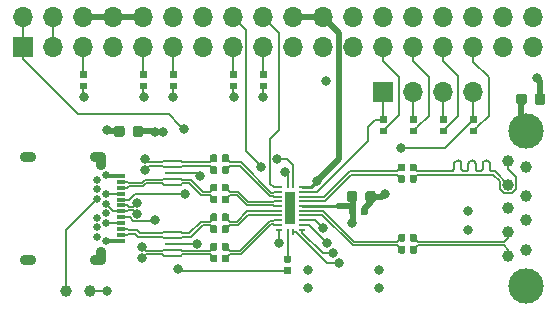
<source format=gbr>
G04 #@! TF.GenerationSoftware,KiCad,Pcbnew,5.1.2*
G04 #@! TF.CreationDate,2019-06-01T11:21:23+02:00*
G04 #@! TF.ProjectId,usb-c-breakout,7573622d-632d-4627-9265-616b6f75742e,rev?*
G04 #@! TF.SameCoordinates,Original*
G04 #@! TF.FileFunction,Copper,L1,Top*
G04 #@! TF.FilePolarity,Positive*
%FSLAX46Y46*%
G04 Gerber Fmt 4.6, Leading zero omitted, Abs format (unit mm)*
G04 Created by KiCad (PCBNEW 5.1.2) date 2019-06-01 11:21:23*
%MOMM*%
%LPD*%
G04 APERTURE LIST*
%ADD10C,1.000000*%
%ADD11R,1.700000X1.700000*%
%ADD12O,1.700000X1.700000*%
%ADD13C,3.000000*%
%ADD14C,0.100000*%
%ADD15C,0.875000*%
%ADD16R,0.300000X0.300000*%
%ADD17R,0.200000X0.500000*%
%ADD18R,0.500000X0.200000*%
%ADD19C,0.500000*%
%ADD20R,0.900000X2.700000*%
%ADD21C,0.590000*%
%ADD22R,0.475000X0.200000*%
%ADD23O,1.400000X0.900000*%
%ADD24R,0.700000X0.300000*%
%ADD25C,0.650000*%
%ADD26O,0.900000X1.550000*%
%ADD27C,0.800000*%
%ADD28C,0.152400*%
%ADD29C,0.304800*%
%ADD30C,0.508000*%
%ADD31C,0.254000*%
G04 APERTURE END LIST*
D10*
X76000000Y-107000000D03*
X78000000Y-107000000D03*
D11*
X72390000Y-86360000D03*
D12*
X72390000Y-83820000D03*
X74930000Y-86360000D03*
X74930000Y-83820000D03*
X77470000Y-86360000D03*
X77470000Y-83820000D03*
X80010000Y-86360000D03*
X80010000Y-83820000D03*
X82550000Y-86360000D03*
X82550000Y-83820000D03*
X85090000Y-86360000D03*
X85090000Y-83820000D03*
X87630000Y-86360000D03*
X87630000Y-83820000D03*
X90170000Y-86360000D03*
X90170000Y-83820000D03*
X92710000Y-86360000D03*
X92710000Y-83820000D03*
X95250000Y-86360000D03*
X95250000Y-83820000D03*
X97790000Y-86360000D03*
X97790000Y-83820000D03*
X100330000Y-86360000D03*
X100330000Y-83820000D03*
X102870000Y-86360000D03*
X102870000Y-83820000D03*
X105410000Y-86360000D03*
X105410000Y-83820000D03*
X107950000Y-86360000D03*
X107950000Y-83820000D03*
X110490000Y-86360000D03*
X110490000Y-83820000D03*
X113030000Y-86360000D03*
X113030000Y-83820000D03*
X115570000Y-86360000D03*
X115570000Y-83820000D03*
D10*
X113410000Y-103990000D03*
X113410000Y-101990000D03*
X113410000Y-95990000D03*
X113410000Y-97990000D03*
X113410000Y-99990000D03*
X114910000Y-96490000D03*
X114910000Y-98990000D03*
X114910000Y-100990000D03*
X114910000Y-103490000D03*
D13*
X114910000Y-93420000D03*
X114910000Y-106560000D03*
D14*
G36*
X82333191Y-92998053D02*
G01*
X82354426Y-93001203D01*
X82375250Y-93006419D01*
X82395462Y-93013651D01*
X82414868Y-93022830D01*
X82433281Y-93033866D01*
X82450524Y-93046654D01*
X82466430Y-93061070D01*
X82480846Y-93076976D01*
X82493634Y-93094219D01*
X82504670Y-93112632D01*
X82513849Y-93132038D01*
X82521081Y-93152250D01*
X82526297Y-93173074D01*
X82529447Y-93194309D01*
X82530500Y-93215750D01*
X82530500Y-93728250D01*
X82529447Y-93749691D01*
X82526297Y-93770926D01*
X82521081Y-93791750D01*
X82513849Y-93811962D01*
X82504670Y-93831368D01*
X82493634Y-93849781D01*
X82480846Y-93867024D01*
X82466430Y-93882930D01*
X82450524Y-93897346D01*
X82433281Y-93910134D01*
X82414868Y-93921170D01*
X82395462Y-93930349D01*
X82375250Y-93937581D01*
X82354426Y-93942797D01*
X82333191Y-93945947D01*
X82311750Y-93947000D01*
X81874250Y-93947000D01*
X81852809Y-93945947D01*
X81831574Y-93942797D01*
X81810750Y-93937581D01*
X81790538Y-93930349D01*
X81771132Y-93921170D01*
X81752719Y-93910134D01*
X81735476Y-93897346D01*
X81719570Y-93882930D01*
X81705154Y-93867024D01*
X81692366Y-93849781D01*
X81681330Y-93831368D01*
X81672151Y-93811962D01*
X81664919Y-93791750D01*
X81659703Y-93770926D01*
X81656553Y-93749691D01*
X81655500Y-93728250D01*
X81655500Y-93215750D01*
X81656553Y-93194309D01*
X81659703Y-93173074D01*
X81664919Y-93152250D01*
X81672151Y-93132038D01*
X81681330Y-93112632D01*
X81692366Y-93094219D01*
X81705154Y-93076976D01*
X81719570Y-93061070D01*
X81735476Y-93046654D01*
X81752719Y-93033866D01*
X81771132Y-93022830D01*
X81790538Y-93013651D01*
X81810750Y-93006419D01*
X81831574Y-93001203D01*
X81852809Y-92998053D01*
X81874250Y-92997000D01*
X82311750Y-92997000D01*
X82333191Y-92998053D01*
X82333191Y-92998053D01*
G37*
D15*
X82093000Y-93472000D03*
D14*
G36*
X80758191Y-92998053D02*
G01*
X80779426Y-93001203D01*
X80800250Y-93006419D01*
X80820462Y-93013651D01*
X80839868Y-93022830D01*
X80858281Y-93033866D01*
X80875524Y-93046654D01*
X80891430Y-93061070D01*
X80905846Y-93076976D01*
X80918634Y-93094219D01*
X80929670Y-93112632D01*
X80938849Y-93132038D01*
X80946081Y-93152250D01*
X80951297Y-93173074D01*
X80954447Y-93194309D01*
X80955500Y-93215750D01*
X80955500Y-93728250D01*
X80954447Y-93749691D01*
X80951297Y-93770926D01*
X80946081Y-93791750D01*
X80938849Y-93811962D01*
X80929670Y-93831368D01*
X80918634Y-93849781D01*
X80905846Y-93867024D01*
X80891430Y-93882930D01*
X80875524Y-93897346D01*
X80858281Y-93910134D01*
X80839868Y-93921170D01*
X80820462Y-93930349D01*
X80800250Y-93937581D01*
X80779426Y-93942797D01*
X80758191Y-93945947D01*
X80736750Y-93947000D01*
X80299250Y-93947000D01*
X80277809Y-93945947D01*
X80256574Y-93942797D01*
X80235750Y-93937581D01*
X80215538Y-93930349D01*
X80196132Y-93921170D01*
X80177719Y-93910134D01*
X80160476Y-93897346D01*
X80144570Y-93882930D01*
X80130154Y-93867024D01*
X80117366Y-93849781D01*
X80106330Y-93831368D01*
X80097151Y-93811962D01*
X80089919Y-93791750D01*
X80084703Y-93770926D01*
X80081553Y-93749691D01*
X80080500Y-93728250D01*
X80080500Y-93215750D01*
X80081553Y-93194309D01*
X80084703Y-93173074D01*
X80089919Y-93152250D01*
X80097151Y-93132038D01*
X80106330Y-93112632D01*
X80117366Y-93094219D01*
X80130154Y-93076976D01*
X80144570Y-93061070D01*
X80160476Y-93046654D01*
X80177719Y-93033866D01*
X80196132Y-93022830D01*
X80215538Y-93013651D01*
X80235750Y-93006419D01*
X80256574Y-93001203D01*
X80277809Y-92998053D01*
X80299250Y-92997000D01*
X80736750Y-92997000D01*
X80758191Y-92998053D01*
X80758191Y-92998053D01*
G37*
D15*
X80518000Y-93472000D03*
D12*
X110490000Y-90170000D03*
X107950000Y-90170000D03*
X105410000Y-90170000D03*
D11*
X102870000Y-90170000D03*
D16*
X94780000Y-99775000D03*
X94780000Y-99325000D03*
X94780000Y-100225000D03*
X94780000Y-101125000D03*
X94780000Y-100675000D03*
X94780000Y-98875000D03*
X95225000Y-101125000D03*
X95225000Y-100675000D03*
X95225000Y-98875000D03*
X95225000Y-99325000D03*
X95225000Y-99775000D03*
X95225000Y-100225000D03*
D17*
X94800000Y-102000000D03*
X95200000Y-102000000D03*
D18*
X94000000Y-98200000D03*
X94000000Y-98600000D03*
X94000000Y-100200000D03*
X94000000Y-101800000D03*
X94000000Y-101400000D03*
X94000000Y-100600000D03*
X94000000Y-99000000D03*
X94000000Y-99800000D03*
X94000000Y-101000000D03*
X94000000Y-99400000D03*
D17*
X94800000Y-98000000D03*
X95200000Y-98000000D03*
D18*
X96000000Y-98200000D03*
X96000000Y-98600000D03*
X96000000Y-99000000D03*
X96000000Y-99400000D03*
X96000000Y-99800000D03*
X96000000Y-100200000D03*
X96000000Y-100600000D03*
X96000000Y-101000000D03*
X96000000Y-101400000D03*
X96000000Y-101800000D03*
D19*
X95000000Y-98950000D03*
X95000000Y-101050000D03*
X95000000Y-100350000D03*
X95000000Y-99650000D03*
D20*
X95000000Y-100000000D03*
D14*
G36*
X77656958Y-88374710D02*
G01*
X77671276Y-88376834D01*
X77685317Y-88380351D01*
X77698946Y-88385228D01*
X77712031Y-88391417D01*
X77724447Y-88398858D01*
X77736073Y-88407481D01*
X77746798Y-88417202D01*
X77756519Y-88427927D01*
X77765142Y-88439553D01*
X77772583Y-88451969D01*
X77778772Y-88465054D01*
X77783649Y-88478683D01*
X77787166Y-88492724D01*
X77789290Y-88507042D01*
X77790000Y-88521500D01*
X77790000Y-88816500D01*
X77789290Y-88830958D01*
X77787166Y-88845276D01*
X77783649Y-88859317D01*
X77778772Y-88872946D01*
X77772583Y-88886031D01*
X77765142Y-88898447D01*
X77756519Y-88910073D01*
X77746798Y-88920798D01*
X77736073Y-88930519D01*
X77724447Y-88939142D01*
X77712031Y-88946583D01*
X77698946Y-88952772D01*
X77685317Y-88957649D01*
X77671276Y-88961166D01*
X77656958Y-88963290D01*
X77642500Y-88964000D01*
X77297500Y-88964000D01*
X77283042Y-88963290D01*
X77268724Y-88961166D01*
X77254683Y-88957649D01*
X77241054Y-88952772D01*
X77227969Y-88946583D01*
X77215553Y-88939142D01*
X77203927Y-88930519D01*
X77193202Y-88920798D01*
X77183481Y-88910073D01*
X77174858Y-88898447D01*
X77167417Y-88886031D01*
X77161228Y-88872946D01*
X77156351Y-88859317D01*
X77152834Y-88845276D01*
X77150710Y-88830958D01*
X77150000Y-88816500D01*
X77150000Y-88521500D01*
X77150710Y-88507042D01*
X77152834Y-88492724D01*
X77156351Y-88478683D01*
X77161228Y-88465054D01*
X77167417Y-88451969D01*
X77174858Y-88439553D01*
X77183481Y-88427927D01*
X77193202Y-88417202D01*
X77203927Y-88407481D01*
X77215553Y-88398858D01*
X77227969Y-88391417D01*
X77241054Y-88385228D01*
X77254683Y-88380351D01*
X77268724Y-88376834D01*
X77283042Y-88374710D01*
X77297500Y-88374000D01*
X77642500Y-88374000D01*
X77656958Y-88374710D01*
X77656958Y-88374710D01*
G37*
D21*
X77470000Y-88669000D03*
D14*
G36*
X77656958Y-89344710D02*
G01*
X77671276Y-89346834D01*
X77685317Y-89350351D01*
X77698946Y-89355228D01*
X77712031Y-89361417D01*
X77724447Y-89368858D01*
X77736073Y-89377481D01*
X77746798Y-89387202D01*
X77756519Y-89397927D01*
X77765142Y-89409553D01*
X77772583Y-89421969D01*
X77778772Y-89435054D01*
X77783649Y-89448683D01*
X77787166Y-89462724D01*
X77789290Y-89477042D01*
X77790000Y-89491500D01*
X77790000Y-89786500D01*
X77789290Y-89800958D01*
X77787166Y-89815276D01*
X77783649Y-89829317D01*
X77778772Y-89842946D01*
X77772583Y-89856031D01*
X77765142Y-89868447D01*
X77756519Y-89880073D01*
X77746798Y-89890798D01*
X77736073Y-89900519D01*
X77724447Y-89909142D01*
X77712031Y-89916583D01*
X77698946Y-89922772D01*
X77685317Y-89927649D01*
X77671276Y-89931166D01*
X77656958Y-89933290D01*
X77642500Y-89934000D01*
X77297500Y-89934000D01*
X77283042Y-89933290D01*
X77268724Y-89931166D01*
X77254683Y-89927649D01*
X77241054Y-89922772D01*
X77227969Y-89916583D01*
X77215553Y-89909142D01*
X77203927Y-89900519D01*
X77193202Y-89890798D01*
X77183481Y-89880073D01*
X77174858Y-89868447D01*
X77167417Y-89856031D01*
X77161228Y-89842946D01*
X77156351Y-89829317D01*
X77152834Y-89815276D01*
X77150710Y-89800958D01*
X77150000Y-89786500D01*
X77150000Y-89491500D01*
X77150710Y-89477042D01*
X77152834Y-89462724D01*
X77156351Y-89448683D01*
X77161228Y-89435054D01*
X77167417Y-89421969D01*
X77174858Y-89409553D01*
X77183481Y-89397927D01*
X77193202Y-89387202D01*
X77203927Y-89377481D01*
X77215553Y-89368858D01*
X77227969Y-89361417D01*
X77241054Y-89355228D01*
X77254683Y-89350351D01*
X77268724Y-89346834D01*
X77283042Y-89344710D01*
X77297500Y-89344000D01*
X77642500Y-89344000D01*
X77656958Y-89344710D01*
X77656958Y-89344710D01*
G37*
D21*
X77470000Y-89639000D03*
D14*
G36*
X82736958Y-89344710D02*
G01*
X82751276Y-89346834D01*
X82765317Y-89350351D01*
X82778946Y-89355228D01*
X82792031Y-89361417D01*
X82804447Y-89368858D01*
X82816073Y-89377481D01*
X82826798Y-89387202D01*
X82836519Y-89397927D01*
X82845142Y-89409553D01*
X82852583Y-89421969D01*
X82858772Y-89435054D01*
X82863649Y-89448683D01*
X82867166Y-89462724D01*
X82869290Y-89477042D01*
X82870000Y-89491500D01*
X82870000Y-89786500D01*
X82869290Y-89800958D01*
X82867166Y-89815276D01*
X82863649Y-89829317D01*
X82858772Y-89842946D01*
X82852583Y-89856031D01*
X82845142Y-89868447D01*
X82836519Y-89880073D01*
X82826798Y-89890798D01*
X82816073Y-89900519D01*
X82804447Y-89909142D01*
X82792031Y-89916583D01*
X82778946Y-89922772D01*
X82765317Y-89927649D01*
X82751276Y-89931166D01*
X82736958Y-89933290D01*
X82722500Y-89934000D01*
X82377500Y-89934000D01*
X82363042Y-89933290D01*
X82348724Y-89931166D01*
X82334683Y-89927649D01*
X82321054Y-89922772D01*
X82307969Y-89916583D01*
X82295553Y-89909142D01*
X82283927Y-89900519D01*
X82273202Y-89890798D01*
X82263481Y-89880073D01*
X82254858Y-89868447D01*
X82247417Y-89856031D01*
X82241228Y-89842946D01*
X82236351Y-89829317D01*
X82232834Y-89815276D01*
X82230710Y-89800958D01*
X82230000Y-89786500D01*
X82230000Y-89491500D01*
X82230710Y-89477042D01*
X82232834Y-89462724D01*
X82236351Y-89448683D01*
X82241228Y-89435054D01*
X82247417Y-89421969D01*
X82254858Y-89409553D01*
X82263481Y-89397927D01*
X82273202Y-89387202D01*
X82283927Y-89377481D01*
X82295553Y-89368858D01*
X82307969Y-89361417D01*
X82321054Y-89355228D01*
X82334683Y-89350351D01*
X82348724Y-89346834D01*
X82363042Y-89344710D01*
X82377500Y-89344000D01*
X82722500Y-89344000D01*
X82736958Y-89344710D01*
X82736958Y-89344710D01*
G37*
D21*
X82550000Y-89639000D03*
D14*
G36*
X82736958Y-88374710D02*
G01*
X82751276Y-88376834D01*
X82765317Y-88380351D01*
X82778946Y-88385228D01*
X82792031Y-88391417D01*
X82804447Y-88398858D01*
X82816073Y-88407481D01*
X82826798Y-88417202D01*
X82836519Y-88427927D01*
X82845142Y-88439553D01*
X82852583Y-88451969D01*
X82858772Y-88465054D01*
X82863649Y-88478683D01*
X82867166Y-88492724D01*
X82869290Y-88507042D01*
X82870000Y-88521500D01*
X82870000Y-88816500D01*
X82869290Y-88830958D01*
X82867166Y-88845276D01*
X82863649Y-88859317D01*
X82858772Y-88872946D01*
X82852583Y-88886031D01*
X82845142Y-88898447D01*
X82836519Y-88910073D01*
X82826798Y-88920798D01*
X82816073Y-88930519D01*
X82804447Y-88939142D01*
X82792031Y-88946583D01*
X82778946Y-88952772D01*
X82765317Y-88957649D01*
X82751276Y-88961166D01*
X82736958Y-88963290D01*
X82722500Y-88964000D01*
X82377500Y-88964000D01*
X82363042Y-88963290D01*
X82348724Y-88961166D01*
X82334683Y-88957649D01*
X82321054Y-88952772D01*
X82307969Y-88946583D01*
X82295553Y-88939142D01*
X82283927Y-88930519D01*
X82273202Y-88920798D01*
X82263481Y-88910073D01*
X82254858Y-88898447D01*
X82247417Y-88886031D01*
X82241228Y-88872946D01*
X82236351Y-88859317D01*
X82232834Y-88845276D01*
X82230710Y-88830958D01*
X82230000Y-88816500D01*
X82230000Y-88521500D01*
X82230710Y-88507042D01*
X82232834Y-88492724D01*
X82236351Y-88478683D01*
X82241228Y-88465054D01*
X82247417Y-88451969D01*
X82254858Y-88439553D01*
X82263481Y-88427927D01*
X82273202Y-88417202D01*
X82283927Y-88407481D01*
X82295553Y-88398858D01*
X82307969Y-88391417D01*
X82321054Y-88385228D01*
X82334683Y-88380351D01*
X82348724Y-88376834D01*
X82363042Y-88374710D01*
X82377500Y-88374000D01*
X82722500Y-88374000D01*
X82736958Y-88374710D01*
X82736958Y-88374710D01*
G37*
D21*
X82550000Y-88669000D03*
D14*
G36*
X85276958Y-88374710D02*
G01*
X85291276Y-88376834D01*
X85305317Y-88380351D01*
X85318946Y-88385228D01*
X85332031Y-88391417D01*
X85344447Y-88398858D01*
X85356073Y-88407481D01*
X85366798Y-88417202D01*
X85376519Y-88427927D01*
X85385142Y-88439553D01*
X85392583Y-88451969D01*
X85398772Y-88465054D01*
X85403649Y-88478683D01*
X85407166Y-88492724D01*
X85409290Y-88507042D01*
X85410000Y-88521500D01*
X85410000Y-88816500D01*
X85409290Y-88830958D01*
X85407166Y-88845276D01*
X85403649Y-88859317D01*
X85398772Y-88872946D01*
X85392583Y-88886031D01*
X85385142Y-88898447D01*
X85376519Y-88910073D01*
X85366798Y-88920798D01*
X85356073Y-88930519D01*
X85344447Y-88939142D01*
X85332031Y-88946583D01*
X85318946Y-88952772D01*
X85305317Y-88957649D01*
X85291276Y-88961166D01*
X85276958Y-88963290D01*
X85262500Y-88964000D01*
X84917500Y-88964000D01*
X84903042Y-88963290D01*
X84888724Y-88961166D01*
X84874683Y-88957649D01*
X84861054Y-88952772D01*
X84847969Y-88946583D01*
X84835553Y-88939142D01*
X84823927Y-88930519D01*
X84813202Y-88920798D01*
X84803481Y-88910073D01*
X84794858Y-88898447D01*
X84787417Y-88886031D01*
X84781228Y-88872946D01*
X84776351Y-88859317D01*
X84772834Y-88845276D01*
X84770710Y-88830958D01*
X84770000Y-88816500D01*
X84770000Y-88521500D01*
X84770710Y-88507042D01*
X84772834Y-88492724D01*
X84776351Y-88478683D01*
X84781228Y-88465054D01*
X84787417Y-88451969D01*
X84794858Y-88439553D01*
X84803481Y-88427927D01*
X84813202Y-88417202D01*
X84823927Y-88407481D01*
X84835553Y-88398858D01*
X84847969Y-88391417D01*
X84861054Y-88385228D01*
X84874683Y-88380351D01*
X84888724Y-88376834D01*
X84903042Y-88374710D01*
X84917500Y-88374000D01*
X85262500Y-88374000D01*
X85276958Y-88374710D01*
X85276958Y-88374710D01*
G37*
D21*
X85090000Y-88669000D03*
D14*
G36*
X85276958Y-89344710D02*
G01*
X85291276Y-89346834D01*
X85305317Y-89350351D01*
X85318946Y-89355228D01*
X85332031Y-89361417D01*
X85344447Y-89368858D01*
X85356073Y-89377481D01*
X85366798Y-89387202D01*
X85376519Y-89397927D01*
X85385142Y-89409553D01*
X85392583Y-89421969D01*
X85398772Y-89435054D01*
X85403649Y-89448683D01*
X85407166Y-89462724D01*
X85409290Y-89477042D01*
X85410000Y-89491500D01*
X85410000Y-89786500D01*
X85409290Y-89800958D01*
X85407166Y-89815276D01*
X85403649Y-89829317D01*
X85398772Y-89842946D01*
X85392583Y-89856031D01*
X85385142Y-89868447D01*
X85376519Y-89880073D01*
X85366798Y-89890798D01*
X85356073Y-89900519D01*
X85344447Y-89909142D01*
X85332031Y-89916583D01*
X85318946Y-89922772D01*
X85305317Y-89927649D01*
X85291276Y-89931166D01*
X85276958Y-89933290D01*
X85262500Y-89934000D01*
X84917500Y-89934000D01*
X84903042Y-89933290D01*
X84888724Y-89931166D01*
X84874683Y-89927649D01*
X84861054Y-89922772D01*
X84847969Y-89916583D01*
X84835553Y-89909142D01*
X84823927Y-89900519D01*
X84813202Y-89890798D01*
X84803481Y-89880073D01*
X84794858Y-89868447D01*
X84787417Y-89856031D01*
X84781228Y-89842946D01*
X84776351Y-89829317D01*
X84772834Y-89815276D01*
X84770710Y-89800958D01*
X84770000Y-89786500D01*
X84770000Y-89491500D01*
X84770710Y-89477042D01*
X84772834Y-89462724D01*
X84776351Y-89448683D01*
X84781228Y-89435054D01*
X84787417Y-89421969D01*
X84794858Y-89409553D01*
X84803481Y-89397927D01*
X84813202Y-89387202D01*
X84823927Y-89377481D01*
X84835553Y-89368858D01*
X84847969Y-89361417D01*
X84861054Y-89355228D01*
X84874683Y-89350351D01*
X84888724Y-89346834D01*
X84903042Y-89344710D01*
X84917500Y-89344000D01*
X85262500Y-89344000D01*
X85276958Y-89344710D01*
X85276958Y-89344710D01*
G37*
D21*
X85090000Y-89639000D03*
D14*
G36*
X90356958Y-89344710D02*
G01*
X90371276Y-89346834D01*
X90385317Y-89350351D01*
X90398946Y-89355228D01*
X90412031Y-89361417D01*
X90424447Y-89368858D01*
X90436073Y-89377481D01*
X90446798Y-89387202D01*
X90456519Y-89397927D01*
X90465142Y-89409553D01*
X90472583Y-89421969D01*
X90478772Y-89435054D01*
X90483649Y-89448683D01*
X90487166Y-89462724D01*
X90489290Y-89477042D01*
X90490000Y-89491500D01*
X90490000Y-89786500D01*
X90489290Y-89800958D01*
X90487166Y-89815276D01*
X90483649Y-89829317D01*
X90478772Y-89842946D01*
X90472583Y-89856031D01*
X90465142Y-89868447D01*
X90456519Y-89880073D01*
X90446798Y-89890798D01*
X90436073Y-89900519D01*
X90424447Y-89909142D01*
X90412031Y-89916583D01*
X90398946Y-89922772D01*
X90385317Y-89927649D01*
X90371276Y-89931166D01*
X90356958Y-89933290D01*
X90342500Y-89934000D01*
X89997500Y-89934000D01*
X89983042Y-89933290D01*
X89968724Y-89931166D01*
X89954683Y-89927649D01*
X89941054Y-89922772D01*
X89927969Y-89916583D01*
X89915553Y-89909142D01*
X89903927Y-89900519D01*
X89893202Y-89890798D01*
X89883481Y-89880073D01*
X89874858Y-89868447D01*
X89867417Y-89856031D01*
X89861228Y-89842946D01*
X89856351Y-89829317D01*
X89852834Y-89815276D01*
X89850710Y-89800958D01*
X89850000Y-89786500D01*
X89850000Y-89491500D01*
X89850710Y-89477042D01*
X89852834Y-89462724D01*
X89856351Y-89448683D01*
X89861228Y-89435054D01*
X89867417Y-89421969D01*
X89874858Y-89409553D01*
X89883481Y-89397927D01*
X89893202Y-89387202D01*
X89903927Y-89377481D01*
X89915553Y-89368858D01*
X89927969Y-89361417D01*
X89941054Y-89355228D01*
X89954683Y-89350351D01*
X89968724Y-89346834D01*
X89983042Y-89344710D01*
X89997500Y-89344000D01*
X90342500Y-89344000D01*
X90356958Y-89344710D01*
X90356958Y-89344710D01*
G37*
D21*
X90170000Y-89639000D03*
D14*
G36*
X90356958Y-88374710D02*
G01*
X90371276Y-88376834D01*
X90385317Y-88380351D01*
X90398946Y-88385228D01*
X90412031Y-88391417D01*
X90424447Y-88398858D01*
X90436073Y-88407481D01*
X90446798Y-88417202D01*
X90456519Y-88427927D01*
X90465142Y-88439553D01*
X90472583Y-88451969D01*
X90478772Y-88465054D01*
X90483649Y-88478683D01*
X90487166Y-88492724D01*
X90489290Y-88507042D01*
X90490000Y-88521500D01*
X90490000Y-88816500D01*
X90489290Y-88830958D01*
X90487166Y-88845276D01*
X90483649Y-88859317D01*
X90478772Y-88872946D01*
X90472583Y-88886031D01*
X90465142Y-88898447D01*
X90456519Y-88910073D01*
X90446798Y-88920798D01*
X90436073Y-88930519D01*
X90424447Y-88939142D01*
X90412031Y-88946583D01*
X90398946Y-88952772D01*
X90385317Y-88957649D01*
X90371276Y-88961166D01*
X90356958Y-88963290D01*
X90342500Y-88964000D01*
X89997500Y-88964000D01*
X89983042Y-88963290D01*
X89968724Y-88961166D01*
X89954683Y-88957649D01*
X89941054Y-88952772D01*
X89927969Y-88946583D01*
X89915553Y-88939142D01*
X89903927Y-88930519D01*
X89893202Y-88920798D01*
X89883481Y-88910073D01*
X89874858Y-88898447D01*
X89867417Y-88886031D01*
X89861228Y-88872946D01*
X89856351Y-88859317D01*
X89852834Y-88845276D01*
X89850710Y-88830958D01*
X89850000Y-88816500D01*
X89850000Y-88521500D01*
X89850710Y-88507042D01*
X89852834Y-88492724D01*
X89856351Y-88478683D01*
X89861228Y-88465054D01*
X89867417Y-88451969D01*
X89874858Y-88439553D01*
X89883481Y-88427927D01*
X89893202Y-88417202D01*
X89903927Y-88407481D01*
X89915553Y-88398858D01*
X89927969Y-88391417D01*
X89941054Y-88385228D01*
X89954683Y-88380351D01*
X89968724Y-88376834D01*
X89983042Y-88374710D01*
X89997500Y-88374000D01*
X90342500Y-88374000D01*
X90356958Y-88374710D01*
X90356958Y-88374710D01*
G37*
D21*
X90170000Y-88669000D03*
D14*
G36*
X92896958Y-89344710D02*
G01*
X92911276Y-89346834D01*
X92925317Y-89350351D01*
X92938946Y-89355228D01*
X92952031Y-89361417D01*
X92964447Y-89368858D01*
X92976073Y-89377481D01*
X92986798Y-89387202D01*
X92996519Y-89397927D01*
X93005142Y-89409553D01*
X93012583Y-89421969D01*
X93018772Y-89435054D01*
X93023649Y-89448683D01*
X93027166Y-89462724D01*
X93029290Y-89477042D01*
X93030000Y-89491500D01*
X93030000Y-89786500D01*
X93029290Y-89800958D01*
X93027166Y-89815276D01*
X93023649Y-89829317D01*
X93018772Y-89842946D01*
X93012583Y-89856031D01*
X93005142Y-89868447D01*
X92996519Y-89880073D01*
X92986798Y-89890798D01*
X92976073Y-89900519D01*
X92964447Y-89909142D01*
X92952031Y-89916583D01*
X92938946Y-89922772D01*
X92925317Y-89927649D01*
X92911276Y-89931166D01*
X92896958Y-89933290D01*
X92882500Y-89934000D01*
X92537500Y-89934000D01*
X92523042Y-89933290D01*
X92508724Y-89931166D01*
X92494683Y-89927649D01*
X92481054Y-89922772D01*
X92467969Y-89916583D01*
X92455553Y-89909142D01*
X92443927Y-89900519D01*
X92433202Y-89890798D01*
X92423481Y-89880073D01*
X92414858Y-89868447D01*
X92407417Y-89856031D01*
X92401228Y-89842946D01*
X92396351Y-89829317D01*
X92392834Y-89815276D01*
X92390710Y-89800958D01*
X92390000Y-89786500D01*
X92390000Y-89491500D01*
X92390710Y-89477042D01*
X92392834Y-89462724D01*
X92396351Y-89448683D01*
X92401228Y-89435054D01*
X92407417Y-89421969D01*
X92414858Y-89409553D01*
X92423481Y-89397927D01*
X92433202Y-89387202D01*
X92443927Y-89377481D01*
X92455553Y-89368858D01*
X92467969Y-89361417D01*
X92481054Y-89355228D01*
X92494683Y-89350351D01*
X92508724Y-89346834D01*
X92523042Y-89344710D01*
X92537500Y-89344000D01*
X92882500Y-89344000D01*
X92896958Y-89344710D01*
X92896958Y-89344710D01*
G37*
D21*
X92710000Y-89639000D03*
D14*
G36*
X92896958Y-88374710D02*
G01*
X92911276Y-88376834D01*
X92925317Y-88380351D01*
X92938946Y-88385228D01*
X92952031Y-88391417D01*
X92964447Y-88398858D01*
X92976073Y-88407481D01*
X92986798Y-88417202D01*
X92996519Y-88427927D01*
X93005142Y-88439553D01*
X93012583Y-88451969D01*
X93018772Y-88465054D01*
X93023649Y-88478683D01*
X93027166Y-88492724D01*
X93029290Y-88507042D01*
X93030000Y-88521500D01*
X93030000Y-88816500D01*
X93029290Y-88830958D01*
X93027166Y-88845276D01*
X93023649Y-88859317D01*
X93018772Y-88872946D01*
X93012583Y-88886031D01*
X93005142Y-88898447D01*
X92996519Y-88910073D01*
X92986798Y-88920798D01*
X92976073Y-88930519D01*
X92964447Y-88939142D01*
X92952031Y-88946583D01*
X92938946Y-88952772D01*
X92925317Y-88957649D01*
X92911276Y-88961166D01*
X92896958Y-88963290D01*
X92882500Y-88964000D01*
X92537500Y-88964000D01*
X92523042Y-88963290D01*
X92508724Y-88961166D01*
X92494683Y-88957649D01*
X92481054Y-88952772D01*
X92467969Y-88946583D01*
X92455553Y-88939142D01*
X92443927Y-88930519D01*
X92433202Y-88920798D01*
X92423481Y-88910073D01*
X92414858Y-88898447D01*
X92407417Y-88886031D01*
X92401228Y-88872946D01*
X92396351Y-88859317D01*
X92392834Y-88845276D01*
X92390710Y-88830958D01*
X92390000Y-88816500D01*
X92390000Y-88521500D01*
X92390710Y-88507042D01*
X92392834Y-88492724D01*
X92396351Y-88478683D01*
X92401228Y-88465054D01*
X92407417Y-88451969D01*
X92414858Y-88439553D01*
X92423481Y-88427927D01*
X92433202Y-88417202D01*
X92443927Y-88407481D01*
X92455553Y-88398858D01*
X92467969Y-88391417D01*
X92481054Y-88385228D01*
X92494683Y-88380351D01*
X92508724Y-88376834D01*
X92523042Y-88374710D01*
X92537500Y-88374000D01*
X92882500Y-88374000D01*
X92896958Y-88374710D01*
X92896958Y-88374710D01*
G37*
D21*
X92710000Y-88669000D03*
D14*
G36*
X103056958Y-93154710D02*
G01*
X103071276Y-93156834D01*
X103085317Y-93160351D01*
X103098946Y-93165228D01*
X103112031Y-93171417D01*
X103124447Y-93178858D01*
X103136073Y-93187481D01*
X103146798Y-93197202D01*
X103156519Y-93207927D01*
X103165142Y-93219553D01*
X103172583Y-93231969D01*
X103178772Y-93245054D01*
X103183649Y-93258683D01*
X103187166Y-93272724D01*
X103189290Y-93287042D01*
X103190000Y-93301500D01*
X103190000Y-93596500D01*
X103189290Y-93610958D01*
X103187166Y-93625276D01*
X103183649Y-93639317D01*
X103178772Y-93652946D01*
X103172583Y-93666031D01*
X103165142Y-93678447D01*
X103156519Y-93690073D01*
X103146798Y-93700798D01*
X103136073Y-93710519D01*
X103124447Y-93719142D01*
X103112031Y-93726583D01*
X103098946Y-93732772D01*
X103085317Y-93737649D01*
X103071276Y-93741166D01*
X103056958Y-93743290D01*
X103042500Y-93744000D01*
X102697500Y-93744000D01*
X102683042Y-93743290D01*
X102668724Y-93741166D01*
X102654683Y-93737649D01*
X102641054Y-93732772D01*
X102627969Y-93726583D01*
X102615553Y-93719142D01*
X102603927Y-93710519D01*
X102593202Y-93700798D01*
X102583481Y-93690073D01*
X102574858Y-93678447D01*
X102567417Y-93666031D01*
X102561228Y-93652946D01*
X102556351Y-93639317D01*
X102552834Y-93625276D01*
X102550710Y-93610958D01*
X102550000Y-93596500D01*
X102550000Y-93301500D01*
X102550710Y-93287042D01*
X102552834Y-93272724D01*
X102556351Y-93258683D01*
X102561228Y-93245054D01*
X102567417Y-93231969D01*
X102574858Y-93219553D01*
X102583481Y-93207927D01*
X102593202Y-93197202D01*
X102603927Y-93187481D01*
X102615553Y-93178858D01*
X102627969Y-93171417D01*
X102641054Y-93165228D01*
X102654683Y-93160351D01*
X102668724Y-93156834D01*
X102683042Y-93154710D01*
X102697500Y-93154000D01*
X103042500Y-93154000D01*
X103056958Y-93154710D01*
X103056958Y-93154710D01*
G37*
D21*
X102870000Y-93449000D03*
D14*
G36*
X103056958Y-92184710D02*
G01*
X103071276Y-92186834D01*
X103085317Y-92190351D01*
X103098946Y-92195228D01*
X103112031Y-92201417D01*
X103124447Y-92208858D01*
X103136073Y-92217481D01*
X103146798Y-92227202D01*
X103156519Y-92237927D01*
X103165142Y-92249553D01*
X103172583Y-92261969D01*
X103178772Y-92275054D01*
X103183649Y-92288683D01*
X103187166Y-92302724D01*
X103189290Y-92317042D01*
X103190000Y-92331500D01*
X103190000Y-92626500D01*
X103189290Y-92640958D01*
X103187166Y-92655276D01*
X103183649Y-92669317D01*
X103178772Y-92682946D01*
X103172583Y-92696031D01*
X103165142Y-92708447D01*
X103156519Y-92720073D01*
X103146798Y-92730798D01*
X103136073Y-92740519D01*
X103124447Y-92749142D01*
X103112031Y-92756583D01*
X103098946Y-92762772D01*
X103085317Y-92767649D01*
X103071276Y-92771166D01*
X103056958Y-92773290D01*
X103042500Y-92774000D01*
X102697500Y-92774000D01*
X102683042Y-92773290D01*
X102668724Y-92771166D01*
X102654683Y-92767649D01*
X102641054Y-92762772D01*
X102627969Y-92756583D01*
X102615553Y-92749142D01*
X102603927Y-92740519D01*
X102593202Y-92730798D01*
X102583481Y-92720073D01*
X102574858Y-92708447D01*
X102567417Y-92696031D01*
X102561228Y-92682946D01*
X102556351Y-92669317D01*
X102552834Y-92655276D01*
X102550710Y-92640958D01*
X102550000Y-92626500D01*
X102550000Y-92331500D01*
X102550710Y-92317042D01*
X102552834Y-92302724D01*
X102556351Y-92288683D01*
X102561228Y-92275054D01*
X102567417Y-92261969D01*
X102574858Y-92249553D01*
X102583481Y-92237927D01*
X102593202Y-92227202D01*
X102603927Y-92217481D01*
X102615553Y-92208858D01*
X102627969Y-92201417D01*
X102641054Y-92195228D01*
X102654683Y-92190351D01*
X102668724Y-92186834D01*
X102683042Y-92184710D01*
X102697500Y-92184000D01*
X103042500Y-92184000D01*
X103056958Y-92184710D01*
X103056958Y-92184710D01*
G37*
D21*
X102870000Y-92479000D03*
D14*
G36*
X105596958Y-93154710D02*
G01*
X105611276Y-93156834D01*
X105625317Y-93160351D01*
X105638946Y-93165228D01*
X105652031Y-93171417D01*
X105664447Y-93178858D01*
X105676073Y-93187481D01*
X105686798Y-93197202D01*
X105696519Y-93207927D01*
X105705142Y-93219553D01*
X105712583Y-93231969D01*
X105718772Y-93245054D01*
X105723649Y-93258683D01*
X105727166Y-93272724D01*
X105729290Y-93287042D01*
X105730000Y-93301500D01*
X105730000Y-93596500D01*
X105729290Y-93610958D01*
X105727166Y-93625276D01*
X105723649Y-93639317D01*
X105718772Y-93652946D01*
X105712583Y-93666031D01*
X105705142Y-93678447D01*
X105696519Y-93690073D01*
X105686798Y-93700798D01*
X105676073Y-93710519D01*
X105664447Y-93719142D01*
X105652031Y-93726583D01*
X105638946Y-93732772D01*
X105625317Y-93737649D01*
X105611276Y-93741166D01*
X105596958Y-93743290D01*
X105582500Y-93744000D01*
X105237500Y-93744000D01*
X105223042Y-93743290D01*
X105208724Y-93741166D01*
X105194683Y-93737649D01*
X105181054Y-93732772D01*
X105167969Y-93726583D01*
X105155553Y-93719142D01*
X105143927Y-93710519D01*
X105133202Y-93700798D01*
X105123481Y-93690073D01*
X105114858Y-93678447D01*
X105107417Y-93666031D01*
X105101228Y-93652946D01*
X105096351Y-93639317D01*
X105092834Y-93625276D01*
X105090710Y-93610958D01*
X105090000Y-93596500D01*
X105090000Y-93301500D01*
X105090710Y-93287042D01*
X105092834Y-93272724D01*
X105096351Y-93258683D01*
X105101228Y-93245054D01*
X105107417Y-93231969D01*
X105114858Y-93219553D01*
X105123481Y-93207927D01*
X105133202Y-93197202D01*
X105143927Y-93187481D01*
X105155553Y-93178858D01*
X105167969Y-93171417D01*
X105181054Y-93165228D01*
X105194683Y-93160351D01*
X105208724Y-93156834D01*
X105223042Y-93154710D01*
X105237500Y-93154000D01*
X105582500Y-93154000D01*
X105596958Y-93154710D01*
X105596958Y-93154710D01*
G37*
D21*
X105410000Y-93449000D03*
D14*
G36*
X105596958Y-92184710D02*
G01*
X105611276Y-92186834D01*
X105625317Y-92190351D01*
X105638946Y-92195228D01*
X105652031Y-92201417D01*
X105664447Y-92208858D01*
X105676073Y-92217481D01*
X105686798Y-92227202D01*
X105696519Y-92237927D01*
X105705142Y-92249553D01*
X105712583Y-92261969D01*
X105718772Y-92275054D01*
X105723649Y-92288683D01*
X105727166Y-92302724D01*
X105729290Y-92317042D01*
X105730000Y-92331500D01*
X105730000Y-92626500D01*
X105729290Y-92640958D01*
X105727166Y-92655276D01*
X105723649Y-92669317D01*
X105718772Y-92682946D01*
X105712583Y-92696031D01*
X105705142Y-92708447D01*
X105696519Y-92720073D01*
X105686798Y-92730798D01*
X105676073Y-92740519D01*
X105664447Y-92749142D01*
X105652031Y-92756583D01*
X105638946Y-92762772D01*
X105625317Y-92767649D01*
X105611276Y-92771166D01*
X105596958Y-92773290D01*
X105582500Y-92774000D01*
X105237500Y-92774000D01*
X105223042Y-92773290D01*
X105208724Y-92771166D01*
X105194683Y-92767649D01*
X105181054Y-92762772D01*
X105167969Y-92756583D01*
X105155553Y-92749142D01*
X105143927Y-92740519D01*
X105133202Y-92730798D01*
X105123481Y-92720073D01*
X105114858Y-92708447D01*
X105107417Y-92696031D01*
X105101228Y-92682946D01*
X105096351Y-92669317D01*
X105092834Y-92655276D01*
X105090710Y-92640958D01*
X105090000Y-92626500D01*
X105090000Y-92331500D01*
X105090710Y-92317042D01*
X105092834Y-92302724D01*
X105096351Y-92288683D01*
X105101228Y-92275054D01*
X105107417Y-92261969D01*
X105114858Y-92249553D01*
X105123481Y-92237927D01*
X105133202Y-92227202D01*
X105143927Y-92217481D01*
X105155553Y-92208858D01*
X105167969Y-92201417D01*
X105181054Y-92195228D01*
X105194683Y-92190351D01*
X105208724Y-92186834D01*
X105223042Y-92184710D01*
X105237500Y-92184000D01*
X105582500Y-92184000D01*
X105596958Y-92184710D01*
X105596958Y-92184710D01*
G37*
D21*
X105410000Y-92479000D03*
D14*
G36*
X108136958Y-93154710D02*
G01*
X108151276Y-93156834D01*
X108165317Y-93160351D01*
X108178946Y-93165228D01*
X108192031Y-93171417D01*
X108204447Y-93178858D01*
X108216073Y-93187481D01*
X108226798Y-93197202D01*
X108236519Y-93207927D01*
X108245142Y-93219553D01*
X108252583Y-93231969D01*
X108258772Y-93245054D01*
X108263649Y-93258683D01*
X108267166Y-93272724D01*
X108269290Y-93287042D01*
X108270000Y-93301500D01*
X108270000Y-93596500D01*
X108269290Y-93610958D01*
X108267166Y-93625276D01*
X108263649Y-93639317D01*
X108258772Y-93652946D01*
X108252583Y-93666031D01*
X108245142Y-93678447D01*
X108236519Y-93690073D01*
X108226798Y-93700798D01*
X108216073Y-93710519D01*
X108204447Y-93719142D01*
X108192031Y-93726583D01*
X108178946Y-93732772D01*
X108165317Y-93737649D01*
X108151276Y-93741166D01*
X108136958Y-93743290D01*
X108122500Y-93744000D01*
X107777500Y-93744000D01*
X107763042Y-93743290D01*
X107748724Y-93741166D01*
X107734683Y-93737649D01*
X107721054Y-93732772D01*
X107707969Y-93726583D01*
X107695553Y-93719142D01*
X107683927Y-93710519D01*
X107673202Y-93700798D01*
X107663481Y-93690073D01*
X107654858Y-93678447D01*
X107647417Y-93666031D01*
X107641228Y-93652946D01*
X107636351Y-93639317D01*
X107632834Y-93625276D01*
X107630710Y-93610958D01*
X107630000Y-93596500D01*
X107630000Y-93301500D01*
X107630710Y-93287042D01*
X107632834Y-93272724D01*
X107636351Y-93258683D01*
X107641228Y-93245054D01*
X107647417Y-93231969D01*
X107654858Y-93219553D01*
X107663481Y-93207927D01*
X107673202Y-93197202D01*
X107683927Y-93187481D01*
X107695553Y-93178858D01*
X107707969Y-93171417D01*
X107721054Y-93165228D01*
X107734683Y-93160351D01*
X107748724Y-93156834D01*
X107763042Y-93154710D01*
X107777500Y-93154000D01*
X108122500Y-93154000D01*
X108136958Y-93154710D01*
X108136958Y-93154710D01*
G37*
D21*
X107950000Y-93449000D03*
D14*
G36*
X108136958Y-92184710D02*
G01*
X108151276Y-92186834D01*
X108165317Y-92190351D01*
X108178946Y-92195228D01*
X108192031Y-92201417D01*
X108204447Y-92208858D01*
X108216073Y-92217481D01*
X108226798Y-92227202D01*
X108236519Y-92237927D01*
X108245142Y-92249553D01*
X108252583Y-92261969D01*
X108258772Y-92275054D01*
X108263649Y-92288683D01*
X108267166Y-92302724D01*
X108269290Y-92317042D01*
X108270000Y-92331500D01*
X108270000Y-92626500D01*
X108269290Y-92640958D01*
X108267166Y-92655276D01*
X108263649Y-92669317D01*
X108258772Y-92682946D01*
X108252583Y-92696031D01*
X108245142Y-92708447D01*
X108236519Y-92720073D01*
X108226798Y-92730798D01*
X108216073Y-92740519D01*
X108204447Y-92749142D01*
X108192031Y-92756583D01*
X108178946Y-92762772D01*
X108165317Y-92767649D01*
X108151276Y-92771166D01*
X108136958Y-92773290D01*
X108122500Y-92774000D01*
X107777500Y-92774000D01*
X107763042Y-92773290D01*
X107748724Y-92771166D01*
X107734683Y-92767649D01*
X107721054Y-92762772D01*
X107707969Y-92756583D01*
X107695553Y-92749142D01*
X107683927Y-92740519D01*
X107673202Y-92730798D01*
X107663481Y-92720073D01*
X107654858Y-92708447D01*
X107647417Y-92696031D01*
X107641228Y-92682946D01*
X107636351Y-92669317D01*
X107632834Y-92655276D01*
X107630710Y-92640958D01*
X107630000Y-92626500D01*
X107630000Y-92331500D01*
X107630710Y-92317042D01*
X107632834Y-92302724D01*
X107636351Y-92288683D01*
X107641228Y-92275054D01*
X107647417Y-92261969D01*
X107654858Y-92249553D01*
X107663481Y-92237927D01*
X107673202Y-92227202D01*
X107683927Y-92217481D01*
X107695553Y-92208858D01*
X107707969Y-92201417D01*
X107721054Y-92195228D01*
X107734683Y-92190351D01*
X107748724Y-92186834D01*
X107763042Y-92184710D01*
X107777500Y-92184000D01*
X108122500Y-92184000D01*
X108136958Y-92184710D01*
X108136958Y-92184710D01*
G37*
D21*
X107950000Y-92479000D03*
D14*
G36*
X110676958Y-93154710D02*
G01*
X110691276Y-93156834D01*
X110705317Y-93160351D01*
X110718946Y-93165228D01*
X110732031Y-93171417D01*
X110744447Y-93178858D01*
X110756073Y-93187481D01*
X110766798Y-93197202D01*
X110776519Y-93207927D01*
X110785142Y-93219553D01*
X110792583Y-93231969D01*
X110798772Y-93245054D01*
X110803649Y-93258683D01*
X110807166Y-93272724D01*
X110809290Y-93287042D01*
X110810000Y-93301500D01*
X110810000Y-93596500D01*
X110809290Y-93610958D01*
X110807166Y-93625276D01*
X110803649Y-93639317D01*
X110798772Y-93652946D01*
X110792583Y-93666031D01*
X110785142Y-93678447D01*
X110776519Y-93690073D01*
X110766798Y-93700798D01*
X110756073Y-93710519D01*
X110744447Y-93719142D01*
X110732031Y-93726583D01*
X110718946Y-93732772D01*
X110705317Y-93737649D01*
X110691276Y-93741166D01*
X110676958Y-93743290D01*
X110662500Y-93744000D01*
X110317500Y-93744000D01*
X110303042Y-93743290D01*
X110288724Y-93741166D01*
X110274683Y-93737649D01*
X110261054Y-93732772D01*
X110247969Y-93726583D01*
X110235553Y-93719142D01*
X110223927Y-93710519D01*
X110213202Y-93700798D01*
X110203481Y-93690073D01*
X110194858Y-93678447D01*
X110187417Y-93666031D01*
X110181228Y-93652946D01*
X110176351Y-93639317D01*
X110172834Y-93625276D01*
X110170710Y-93610958D01*
X110170000Y-93596500D01*
X110170000Y-93301500D01*
X110170710Y-93287042D01*
X110172834Y-93272724D01*
X110176351Y-93258683D01*
X110181228Y-93245054D01*
X110187417Y-93231969D01*
X110194858Y-93219553D01*
X110203481Y-93207927D01*
X110213202Y-93197202D01*
X110223927Y-93187481D01*
X110235553Y-93178858D01*
X110247969Y-93171417D01*
X110261054Y-93165228D01*
X110274683Y-93160351D01*
X110288724Y-93156834D01*
X110303042Y-93154710D01*
X110317500Y-93154000D01*
X110662500Y-93154000D01*
X110676958Y-93154710D01*
X110676958Y-93154710D01*
G37*
D21*
X110490000Y-93449000D03*
D14*
G36*
X110676958Y-92184710D02*
G01*
X110691276Y-92186834D01*
X110705317Y-92190351D01*
X110718946Y-92195228D01*
X110732031Y-92201417D01*
X110744447Y-92208858D01*
X110756073Y-92217481D01*
X110766798Y-92227202D01*
X110776519Y-92237927D01*
X110785142Y-92249553D01*
X110792583Y-92261969D01*
X110798772Y-92275054D01*
X110803649Y-92288683D01*
X110807166Y-92302724D01*
X110809290Y-92317042D01*
X110810000Y-92331500D01*
X110810000Y-92626500D01*
X110809290Y-92640958D01*
X110807166Y-92655276D01*
X110803649Y-92669317D01*
X110798772Y-92682946D01*
X110792583Y-92696031D01*
X110785142Y-92708447D01*
X110776519Y-92720073D01*
X110766798Y-92730798D01*
X110756073Y-92740519D01*
X110744447Y-92749142D01*
X110732031Y-92756583D01*
X110718946Y-92762772D01*
X110705317Y-92767649D01*
X110691276Y-92771166D01*
X110676958Y-92773290D01*
X110662500Y-92774000D01*
X110317500Y-92774000D01*
X110303042Y-92773290D01*
X110288724Y-92771166D01*
X110274683Y-92767649D01*
X110261054Y-92762772D01*
X110247969Y-92756583D01*
X110235553Y-92749142D01*
X110223927Y-92740519D01*
X110213202Y-92730798D01*
X110203481Y-92720073D01*
X110194858Y-92708447D01*
X110187417Y-92696031D01*
X110181228Y-92682946D01*
X110176351Y-92669317D01*
X110172834Y-92655276D01*
X110170710Y-92640958D01*
X110170000Y-92626500D01*
X110170000Y-92331500D01*
X110170710Y-92317042D01*
X110172834Y-92302724D01*
X110176351Y-92288683D01*
X110181228Y-92275054D01*
X110187417Y-92261969D01*
X110194858Y-92249553D01*
X110203481Y-92237927D01*
X110213202Y-92227202D01*
X110223927Y-92217481D01*
X110235553Y-92208858D01*
X110247969Y-92201417D01*
X110261054Y-92195228D01*
X110274683Y-92190351D01*
X110288724Y-92186834D01*
X110303042Y-92184710D01*
X110317500Y-92184000D01*
X110662500Y-92184000D01*
X110676958Y-92184710D01*
X110676958Y-92184710D01*
G37*
D21*
X110490000Y-92479000D03*
D14*
G36*
X104596958Y-103185710D02*
G01*
X104611276Y-103187834D01*
X104625317Y-103191351D01*
X104638946Y-103196228D01*
X104652031Y-103202417D01*
X104664447Y-103209858D01*
X104676073Y-103218481D01*
X104686798Y-103228202D01*
X104696519Y-103238927D01*
X104705142Y-103250553D01*
X104712583Y-103262969D01*
X104718772Y-103276054D01*
X104723649Y-103289683D01*
X104727166Y-103303724D01*
X104729290Y-103318042D01*
X104730000Y-103332500D01*
X104730000Y-103677500D01*
X104729290Y-103691958D01*
X104727166Y-103706276D01*
X104723649Y-103720317D01*
X104718772Y-103733946D01*
X104712583Y-103747031D01*
X104705142Y-103759447D01*
X104696519Y-103771073D01*
X104686798Y-103781798D01*
X104676073Y-103791519D01*
X104664447Y-103800142D01*
X104652031Y-103807583D01*
X104638946Y-103813772D01*
X104625317Y-103818649D01*
X104611276Y-103822166D01*
X104596958Y-103824290D01*
X104582500Y-103825000D01*
X104287500Y-103825000D01*
X104273042Y-103824290D01*
X104258724Y-103822166D01*
X104244683Y-103818649D01*
X104231054Y-103813772D01*
X104217969Y-103807583D01*
X104205553Y-103800142D01*
X104193927Y-103791519D01*
X104183202Y-103781798D01*
X104173481Y-103771073D01*
X104164858Y-103759447D01*
X104157417Y-103747031D01*
X104151228Y-103733946D01*
X104146351Y-103720317D01*
X104142834Y-103706276D01*
X104140710Y-103691958D01*
X104140000Y-103677500D01*
X104140000Y-103332500D01*
X104140710Y-103318042D01*
X104142834Y-103303724D01*
X104146351Y-103289683D01*
X104151228Y-103276054D01*
X104157417Y-103262969D01*
X104164858Y-103250553D01*
X104173481Y-103238927D01*
X104183202Y-103228202D01*
X104193927Y-103218481D01*
X104205553Y-103209858D01*
X104217969Y-103202417D01*
X104231054Y-103196228D01*
X104244683Y-103191351D01*
X104258724Y-103187834D01*
X104273042Y-103185710D01*
X104287500Y-103185000D01*
X104582500Y-103185000D01*
X104596958Y-103185710D01*
X104596958Y-103185710D01*
G37*
D21*
X104435000Y-103505000D03*
D14*
G36*
X105566958Y-103185710D02*
G01*
X105581276Y-103187834D01*
X105595317Y-103191351D01*
X105608946Y-103196228D01*
X105622031Y-103202417D01*
X105634447Y-103209858D01*
X105646073Y-103218481D01*
X105656798Y-103228202D01*
X105666519Y-103238927D01*
X105675142Y-103250553D01*
X105682583Y-103262969D01*
X105688772Y-103276054D01*
X105693649Y-103289683D01*
X105697166Y-103303724D01*
X105699290Y-103318042D01*
X105700000Y-103332500D01*
X105700000Y-103677500D01*
X105699290Y-103691958D01*
X105697166Y-103706276D01*
X105693649Y-103720317D01*
X105688772Y-103733946D01*
X105682583Y-103747031D01*
X105675142Y-103759447D01*
X105666519Y-103771073D01*
X105656798Y-103781798D01*
X105646073Y-103791519D01*
X105634447Y-103800142D01*
X105622031Y-103807583D01*
X105608946Y-103813772D01*
X105595317Y-103818649D01*
X105581276Y-103822166D01*
X105566958Y-103824290D01*
X105552500Y-103825000D01*
X105257500Y-103825000D01*
X105243042Y-103824290D01*
X105228724Y-103822166D01*
X105214683Y-103818649D01*
X105201054Y-103813772D01*
X105187969Y-103807583D01*
X105175553Y-103800142D01*
X105163927Y-103791519D01*
X105153202Y-103781798D01*
X105143481Y-103771073D01*
X105134858Y-103759447D01*
X105127417Y-103747031D01*
X105121228Y-103733946D01*
X105116351Y-103720317D01*
X105112834Y-103706276D01*
X105110710Y-103691958D01*
X105110000Y-103677500D01*
X105110000Y-103332500D01*
X105110710Y-103318042D01*
X105112834Y-103303724D01*
X105116351Y-103289683D01*
X105121228Y-103276054D01*
X105127417Y-103262969D01*
X105134858Y-103250553D01*
X105143481Y-103238927D01*
X105153202Y-103228202D01*
X105163927Y-103218481D01*
X105175553Y-103209858D01*
X105187969Y-103202417D01*
X105201054Y-103196228D01*
X105214683Y-103191351D01*
X105228724Y-103187834D01*
X105243042Y-103185710D01*
X105257500Y-103185000D01*
X105552500Y-103185000D01*
X105566958Y-103185710D01*
X105566958Y-103185710D01*
G37*
D21*
X105405000Y-103505000D03*
D14*
G36*
X104596958Y-102169710D02*
G01*
X104611276Y-102171834D01*
X104625317Y-102175351D01*
X104638946Y-102180228D01*
X104652031Y-102186417D01*
X104664447Y-102193858D01*
X104676073Y-102202481D01*
X104686798Y-102212202D01*
X104696519Y-102222927D01*
X104705142Y-102234553D01*
X104712583Y-102246969D01*
X104718772Y-102260054D01*
X104723649Y-102273683D01*
X104727166Y-102287724D01*
X104729290Y-102302042D01*
X104730000Y-102316500D01*
X104730000Y-102661500D01*
X104729290Y-102675958D01*
X104727166Y-102690276D01*
X104723649Y-102704317D01*
X104718772Y-102717946D01*
X104712583Y-102731031D01*
X104705142Y-102743447D01*
X104696519Y-102755073D01*
X104686798Y-102765798D01*
X104676073Y-102775519D01*
X104664447Y-102784142D01*
X104652031Y-102791583D01*
X104638946Y-102797772D01*
X104625317Y-102802649D01*
X104611276Y-102806166D01*
X104596958Y-102808290D01*
X104582500Y-102809000D01*
X104287500Y-102809000D01*
X104273042Y-102808290D01*
X104258724Y-102806166D01*
X104244683Y-102802649D01*
X104231054Y-102797772D01*
X104217969Y-102791583D01*
X104205553Y-102784142D01*
X104193927Y-102775519D01*
X104183202Y-102765798D01*
X104173481Y-102755073D01*
X104164858Y-102743447D01*
X104157417Y-102731031D01*
X104151228Y-102717946D01*
X104146351Y-102704317D01*
X104142834Y-102690276D01*
X104140710Y-102675958D01*
X104140000Y-102661500D01*
X104140000Y-102316500D01*
X104140710Y-102302042D01*
X104142834Y-102287724D01*
X104146351Y-102273683D01*
X104151228Y-102260054D01*
X104157417Y-102246969D01*
X104164858Y-102234553D01*
X104173481Y-102222927D01*
X104183202Y-102212202D01*
X104193927Y-102202481D01*
X104205553Y-102193858D01*
X104217969Y-102186417D01*
X104231054Y-102180228D01*
X104244683Y-102175351D01*
X104258724Y-102171834D01*
X104273042Y-102169710D01*
X104287500Y-102169000D01*
X104582500Y-102169000D01*
X104596958Y-102169710D01*
X104596958Y-102169710D01*
G37*
D21*
X104435000Y-102489000D03*
D14*
G36*
X105566958Y-102169710D02*
G01*
X105581276Y-102171834D01*
X105595317Y-102175351D01*
X105608946Y-102180228D01*
X105622031Y-102186417D01*
X105634447Y-102193858D01*
X105646073Y-102202481D01*
X105656798Y-102212202D01*
X105666519Y-102222927D01*
X105675142Y-102234553D01*
X105682583Y-102246969D01*
X105688772Y-102260054D01*
X105693649Y-102273683D01*
X105697166Y-102287724D01*
X105699290Y-102302042D01*
X105700000Y-102316500D01*
X105700000Y-102661500D01*
X105699290Y-102675958D01*
X105697166Y-102690276D01*
X105693649Y-102704317D01*
X105688772Y-102717946D01*
X105682583Y-102731031D01*
X105675142Y-102743447D01*
X105666519Y-102755073D01*
X105656798Y-102765798D01*
X105646073Y-102775519D01*
X105634447Y-102784142D01*
X105622031Y-102791583D01*
X105608946Y-102797772D01*
X105595317Y-102802649D01*
X105581276Y-102806166D01*
X105566958Y-102808290D01*
X105552500Y-102809000D01*
X105257500Y-102809000D01*
X105243042Y-102808290D01*
X105228724Y-102806166D01*
X105214683Y-102802649D01*
X105201054Y-102797772D01*
X105187969Y-102791583D01*
X105175553Y-102784142D01*
X105163927Y-102775519D01*
X105153202Y-102765798D01*
X105143481Y-102755073D01*
X105134858Y-102743447D01*
X105127417Y-102731031D01*
X105121228Y-102717946D01*
X105116351Y-102704317D01*
X105112834Y-102690276D01*
X105110710Y-102675958D01*
X105110000Y-102661500D01*
X105110000Y-102316500D01*
X105110710Y-102302042D01*
X105112834Y-102287724D01*
X105116351Y-102273683D01*
X105121228Y-102260054D01*
X105127417Y-102246969D01*
X105134858Y-102234553D01*
X105143481Y-102222927D01*
X105153202Y-102212202D01*
X105163927Y-102202481D01*
X105175553Y-102193858D01*
X105187969Y-102186417D01*
X105201054Y-102180228D01*
X105214683Y-102175351D01*
X105228724Y-102171834D01*
X105243042Y-102169710D01*
X105257500Y-102169000D01*
X105552500Y-102169000D01*
X105566958Y-102169710D01*
X105566958Y-102169710D01*
G37*
D21*
X105405000Y-102489000D03*
D14*
G36*
X94928958Y-104965710D02*
G01*
X94943276Y-104967834D01*
X94957317Y-104971351D01*
X94970946Y-104976228D01*
X94984031Y-104982417D01*
X94996447Y-104989858D01*
X95008073Y-104998481D01*
X95018798Y-105008202D01*
X95028519Y-105018927D01*
X95037142Y-105030553D01*
X95044583Y-105042969D01*
X95050772Y-105056054D01*
X95055649Y-105069683D01*
X95059166Y-105083724D01*
X95061290Y-105098042D01*
X95062000Y-105112500D01*
X95062000Y-105407500D01*
X95061290Y-105421958D01*
X95059166Y-105436276D01*
X95055649Y-105450317D01*
X95050772Y-105463946D01*
X95044583Y-105477031D01*
X95037142Y-105489447D01*
X95028519Y-105501073D01*
X95018798Y-105511798D01*
X95008073Y-105521519D01*
X94996447Y-105530142D01*
X94984031Y-105537583D01*
X94970946Y-105543772D01*
X94957317Y-105548649D01*
X94943276Y-105552166D01*
X94928958Y-105554290D01*
X94914500Y-105555000D01*
X94569500Y-105555000D01*
X94555042Y-105554290D01*
X94540724Y-105552166D01*
X94526683Y-105548649D01*
X94513054Y-105543772D01*
X94499969Y-105537583D01*
X94487553Y-105530142D01*
X94475927Y-105521519D01*
X94465202Y-105511798D01*
X94455481Y-105501073D01*
X94446858Y-105489447D01*
X94439417Y-105477031D01*
X94433228Y-105463946D01*
X94428351Y-105450317D01*
X94424834Y-105436276D01*
X94422710Y-105421958D01*
X94422000Y-105407500D01*
X94422000Y-105112500D01*
X94422710Y-105098042D01*
X94424834Y-105083724D01*
X94428351Y-105069683D01*
X94433228Y-105056054D01*
X94439417Y-105042969D01*
X94446858Y-105030553D01*
X94455481Y-105018927D01*
X94465202Y-105008202D01*
X94475927Y-104998481D01*
X94487553Y-104989858D01*
X94499969Y-104982417D01*
X94513054Y-104976228D01*
X94526683Y-104971351D01*
X94540724Y-104967834D01*
X94555042Y-104965710D01*
X94569500Y-104965000D01*
X94914500Y-104965000D01*
X94928958Y-104965710D01*
X94928958Y-104965710D01*
G37*
D21*
X94742000Y-105260000D03*
D14*
G36*
X94928958Y-103995710D02*
G01*
X94943276Y-103997834D01*
X94957317Y-104001351D01*
X94970946Y-104006228D01*
X94984031Y-104012417D01*
X94996447Y-104019858D01*
X95008073Y-104028481D01*
X95018798Y-104038202D01*
X95028519Y-104048927D01*
X95037142Y-104060553D01*
X95044583Y-104072969D01*
X95050772Y-104086054D01*
X95055649Y-104099683D01*
X95059166Y-104113724D01*
X95061290Y-104128042D01*
X95062000Y-104142500D01*
X95062000Y-104437500D01*
X95061290Y-104451958D01*
X95059166Y-104466276D01*
X95055649Y-104480317D01*
X95050772Y-104493946D01*
X95044583Y-104507031D01*
X95037142Y-104519447D01*
X95028519Y-104531073D01*
X95018798Y-104541798D01*
X95008073Y-104551519D01*
X94996447Y-104560142D01*
X94984031Y-104567583D01*
X94970946Y-104573772D01*
X94957317Y-104578649D01*
X94943276Y-104582166D01*
X94928958Y-104584290D01*
X94914500Y-104585000D01*
X94569500Y-104585000D01*
X94555042Y-104584290D01*
X94540724Y-104582166D01*
X94526683Y-104578649D01*
X94513054Y-104573772D01*
X94499969Y-104567583D01*
X94487553Y-104560142D01*
X94475927Y-104551519D01*
X94465202Y-104541798D01*
X94455481Y-104531073D01*
X94446858Y-104519447D01*
X94439417Y-104507031D01*
X94433228Y-104493946D01*
X94428351Y-104480317D01*
X94424834Y-104466276D01*
X94422710Y-104451958D01*
X94422000Y-104437500D01*
X94422000Y-104142500D01*
X94422710Y-104128042D01*
X94424834Y-104113724D01*
X94428351Y-104099683D01*
X94433228Y-104086054D01*
X94439417Y-104072969D01*
X94446858Y-104060553D01*
X94455481Y-104048927D01*
X94465202Y-104038202D01*
X94475927Y-104028481D01*
X94487553Y-104019858D01*
X94499969Y-104012417D01*
X94513054Y-104006228D01*
X94526683Y-104001351D01*
X94540724Y-103997834D01*
X94555042Y-103995710D01*
X94569500Y-103995000D01*
X94914500Y-103995000D01*
X94928958Y-103995710D01*
X94928958Y-103995710D01*
G37*
D21*
X94742000Y-104290000D03*
D14*
G36*
X104578958Y-96200710D02*
G01*
X104593276Y-96202834D01*
X104607317Y-96206351D01*
X104620946Y-96211228D01*
X104634031Y-96217417D01*
X104646447Y-96224858D01*
X104658073Y-96233481D01*
X104668798Y-96243202D01*
X104678519Y-96253927D01*
X104687142Y-96265553D01*
X104694583Y-96277969D01*
X104700772Y-96291054D01*
X104705649Y-96304683D01*
X104709166Y-96318724D01*
X104711290Y-96333042D01*
X104712000Y-96347500D01*
X104712000Y-96692500D01*
X104711290Y-96706958D01*
X104709166Y-96721276D01*
X104705649Y-96735317D01*
X104700772Y-96748946D01*
X104694583Y-96762031D01*
X104687142Y-96774447D01*
X104678519Y-96786073D01*
X104668798Y-96796798D01*
X104658073Y-96806519D01*
X104646447Y-96815142D01*
X104634031Y-96822583D01*
X104620946Y-96828772D01*
X104607317Y-96833649D01*
X104593276Y-96837166D01*
X104578958Y-96839290D01*
X104564500Y-96840000D01*
X104269500Y-96840000D01*
X104255042Y-96839290D01*
X104240724Y-96837166D01*
X104226683Y-96833649D01*
X104213054Y-96828772D01*
X104199969Y-96822583D01*
X104187553Y-96815142D01*
X104175927Y-96806519D01*
X104165202Y-96796798D01*
X104155481Y-96786073D01*
X104146858Y-96774447D01*
X104139417Y-96762031D01*
X104133228Y-96748946D01*
X104128351Y-96735317D01*
X104124834Y-96721276D01*
X104122710Y-96706958D01*
X104122000Y-96692500D01*
X104122000Y-96347500D01*
X104122710Y-96333042D01*
X104124834Y-96318724D01*
X104128351Y-96304683D01*
X104133228Y-96291054D01*
X104139417Y-96277969D01*
X104146858Y-96265553D01*
X104155481Y-96253927D01*
X104165202Y-96243202D01*
X104175927Y-96233481D01*
X104187553Y-96224858D01*
X104199969Y-96217417D01*
X104213054Y-96211228D01*
X104226683Y-96206351D01*
X104240724Y-96202834D01*
X104255042Y-96200710D01*
X104269500Y-96200000D01*
X104564500Y-96200000D01*
X104578958Y-96200710D01*
X104578958Y-96200710D01*
G37*
D21*
X104417000Y-96520000D03*
D14*
G36*
X105548958Y-96200710D02*
G01*
X105563276Y-96202834D01*
X105577317Y-96206351D01*
X105590946Y-96211228D01*
X105604031Y-96217417D01*
X105616447Y-96224858D01*
X105628073Y-96233481D01*
X105638798Y-96243202D01*
X105648519Y-96253927D01*
X105657142Y-96265553D01*
X105664583Y-96277969D01*
X105670772Y-96291054D01*
X105675649Y-96304683D01*
X105679166Y-96318724D01*
X105681290Y-96333042D01*
X105682000Y-96347500D01*
X105682000Y-96692500D01*
X105681290Y-96706958D01*
X105679166Y-96721276D01*
X105675649Y-96735317D01*
X105670772Y-96748946D01*
X105664583Y-96762031D01*
X105657142Y-96774447D01*
X105648519Y-96786073D01*
X105638798Y-96796798D01*
X105628073Y-96806519D01*
X105616447Y-96815142D01*
X105604031Y-96822583D01*
X105590946Y-96828772D01*
X105577317Y-96833649D01*
X105563276Y-96837166D01*
X105548958Y-96839290D01*
X105534500Y-96840000D01*
X105239500Y-96840000D01*
X105225042Y-96839290D01*
X105210724Y-96837166D01*
X105196683Y-96833649D01*
X105183054Y-96828772D01*
X105169969Y-96822583D01*
X105157553Y-96815142D01*
X105145927Y-96806519D01*
X105135202Y-96796798D01*
X105125481Y-96786073D01*
X105116858Y-96774447D01*
X105109417Y-96762031D01*
X105103228Y-96748946D01*
X105098351Y-96735317D01*
X105094834Y-96721276D01*
X105092710Y-96706958D01*
X105092000Y-96692500D01*
X105092000Y-96347500D01*
X105092710Y-96333042D01*
X105094834Y-96318724D01*
X105098351Y-96304683D01*
X105103228Y-96291054D01*
X105109417Y-96277969D01*
X105116858Y-96265553D01*
X105125481Y-96253927D01*
X105135202Y-96243202D01*
X105145927Y-96233481D01*
X105157553Y-96224858D01*
X105169969Y-96217417D01*
X105183054Y-96211228D01*
X105196683Y-96206351D01*
X105210724Y-96202834D01*
X105225042Y-96200710D01*
X105239500Y-96200000D01*
X105534500Y-96200000D01*
X105548958Y-96200710D01*
X105548958Y-96200710D01*
G37*
D21*
X105387000Y-96520000D03*
D14*
G36*
X104578958Y-97180710D02*
G01*
X104593276Y-97182834D01*
X104607317Y-97186351D01*
X104620946Y-97191228D01*
X104634031Y-97197417D01*
X104646447Y-97204858D01*
X104658073Y-97213481D01*
X104668798Y-97223202D01*
X104678519Y-97233927D01*
X104687142Y-97245553D01*
X104694583Y-97257969D01*
X104700772Y-97271054D01*
X104705649Y-97284683D01*
X104709166Y-97298724D01*
X104711290Y-97313042D01*
X104712000Y-97327500D01*
X104712000Y-97672500D01*
X104711290Y-97686958D01*
X104709166Y-97701276D01*
X104705649Y-97715317D01*
X104700772Y-97728946D01*
X104694583Y-97742031D01*
X104687142Y-97754447D01*
X104678519Y-97766073D01*
X104668798Y-97776798D01*
X104658073Y-97786519D01*
X104646447Y-97795142D01*
X104634031Y-97802583D01*
X104620946Y-97808772D01*
X104607317Y-97813649D01*
X104593276Y-97817166D01*
X104578958Y-97819290D01*
X104564500Y-97820000D01*
X104269500Y-97820000D01*
X104255042Y-97819290D01*
X104240724Y-97817166D01*
X104226683Y-97813649D01*
X104213054Y-97808772D01*
X104199969Y-97802583D01*
X104187553Y-97795142D01*
X104175927Y-97786519D01*
X104165202Y-97776798D01*
X104155481Y-97766073D01*
X104146858Y-97754447D01*
X104139417Y-97742031D01*
X104133228Y-97728946D01*
X104128351Y-97715317D01*
X104124834Y-97701276D01*
X104122710Y-97686958D01*
X104122000Y-97672500D01*
X104122000Y-97327500D01*
X104122710Y-97313042D01*
X104124834Y-97298724D01*
X104128351Y-97284683D01*
X104133228Y-97271054D01*
X104139417Y-97257969D01*
X104146858Y-97245553D01*
X104155481Y-97233927D01*
X104165202Y-97223202D01*
X104175927Y-97213481D01*
X104187553Y-97204858D01*
X104199969Y-97197417D01*
X104213054Y-97191228D01*
X104226683Y-97186351D01*
X104240724Y-97182834D01*
X104255042Y-97180710D01*
X104269500Y-97180000D01*
X104564500Y-97180000D01*
X104578958Y-97180710D01*
X104578958Y-97180710D01*
G37*
D21*
X104417000Y-97500000D03*
D14*
G36*
X105548958Y-97180710D02*
G01*
X105563276Y-97182834D01*
X105577317Y-97186351D01*
X105590946Y-97191228D01*
X105604031Y-97197417D01*
X105616447Y-97204858D01*
X105628073Y-97213481D01*
X105638798Y-97223202D01*
X105648519Y-97233927D01*
X105657142Y-97245553D01*
X105664583Y-97257969D01*
X105670772Y-97271054D01*
X105675649Y-97284683D01*
X105679166Y-97298724D01*
X105681290Y-97313042D01*
X105682000Y-97327500D01*
X105682000Y-97672500D01*
X105681290Y-97686958D01*
X105679166Y-97701276D01*
X105675649Y-97715317D01*
X105670772Y-97728946D01*
X105664583Y-97742031D01*
X105657142Y-97754447D01*
X105648519Y-97766073D01*
X105638798Y-97776798D01*
X105628073Y-97786519D01*
X105616447Y-97795142D01*
X105604031Y-97802583D01*
X105590946Y-97808772D01*
X105577317Y-97813649D01*
X105563276Y-97817166D01*
X105548958Y-97819290D01*
X105534500Y-97820000D01*
X105239500Y-97820000D01*
X105225042Y-97819290D01*
X105210724Y-97817166D01*
X105196683Y-97813649D01*
X105183054Y-97808772D01*
X105169969Y-97802583D01*
X105157553Y-97795142D01*
X105145927Y-97786519D01*
X105135202Y-97776798D01*
X105125481Y-97766073D01*
X105116858Y-97754447D01*
X105109417Y-97742031D01*
X105103228Y-97728946D01*
X105098351Y-97715317D01*
X105094834Y-97701276D01*
X105092710Y-97686958D01*
X105092000Y-97672500D01*
X105092000Y-97327500D01*
X105092710Y-97313042D01*
X105094834Y-97298724D01*
X105098351Y-97284683D01*
X105103228Y-97271054D01*
X105109417Y-97257969D01*
X105116858Y-97245553D01*
X105125481Y-97233927D01*
X105135202Y-97223202D01*
X105145927Y-97213481D01*
X105157553Y-97204858D01*
X105169969Y-97197417D01*
X105183054Y-97191228D01*
X105196683Y-97186351D01*
X105210724Y-97182834D01*
X105225042Y-97180710D01*
X105239500Y-97180000D01*
X105534500Y-97180000D01*
X105548958Y-97180710D01*
X105548958Y-97180710D01*
G37*
D21*
X105387000Y-97500000D03*
D14*
G36*
X114802691Y-90276053D02*
G01*
X114823926Y-90279203D01*
X114844750Y-90284419D01*
X114864962Y-90291651D01*
X114884368Y-90300830D01*
X114902781Y-90311866D01*
X114920024Y-90324654D01*
X114935930Y-90339070D01*
X114950346Y-90354976D01*
X114963134Y-90372219D01*
X114974170Y-90390632D01*
X114983349Y-90410038D01*
X114990581Y-90430250D01*
X114995797Y-90451074D01*
X114998947Y-90472309D01*
X115000000Y-90493750D01*
X115000000Y-91006250D01*
X114998947Y-91027691D01*
X114995797Y-91048926D01*
X114990581Y-91069750D01*
X114983349Y-91089962D01*
X114974170Y-91109368D01*
X114963134Y-91127781D01*
X114950346Y-91145024D01*
X114935930Y-91160930D01*
X114920024Y-91175346D01*
X114902781Y-91188134D01*
X114884368Y-91199170D01*
X114864962Y-91208349D01*
X114844750Y-91215581D01*
X114823926Y-91220797D01*
X114802691Y-91223947D01*
X114781250Y-91225000D01*
X114343750Y-91225000D01*
X114322309Y-91223947D01*
X114301074Y-91220797D01*
X114280250Y-91215581D01*
X114260038Y-91208349D01*
X114240632Y-91199170D01*
X114222219Y-91188134D01*
X114204976Y-91175346D01*
X114189070Y-91160930D01*
X114174654Y-91145024D01*
X114161866Y-91127781D01*
X114150830Y-91109368D01*
X114141651Y-91089962D01*
X114134419Y-91069750D01*
X114129203Y-91048926D01*
X114126053Y-91027691D01*
X114125000Y-91006250D01*
X114125000Y-90493750D01*
X114126053Y-90472309D01*
X114129203Y-90451074D01*
X114134419Y-90430250D01*
X114141651Y-90410038D01*
X114150830Y-90390632D01*
X114161866Y-90372219D01*
X114174654Y-90354976D01*
X114189070Y-90339070D01*
X114204976Y-90324654D01*
X114222219Y-90311866D01*
X114240632Y-90300830D01*
X114260038Y-90291651D01*
X114280250Y-90284419D01*
X114301074Y-90279203D01*
X114322309Y-90276053D01*
X114343750Y-90275000D01*
X114781250Y-90275000D01*
X114802691Y-90276053D01*
X114802691Y-90276053D01*
G37*
D15*
X114562500Y-90750000D03*
D14*
G36*
X116377691Y-90276053D02*
G01*
X116398926Y-90279203D01*
X116419750Y-90284419D01*
X116439962Y-90291651D01*
X116459368Y-90300830D01*
X116477781Y-90311866D01*
X116495024Y-90324654D01*
X116510930Y-90339070D01*
X116525346Y-90354976D01*
X116538134Y-90372219D01*
X116549170Y-90390632D01*
X116558349Y-90410038D01*
X116565581Y-90430250D01*
X116570797Y-90451074D01*
X116573947Y-90472309D01*
X116575000Y-90493750D01*
X116575000Y-91006250D01*
X116573947Y-91027691D01*
X116570797Y-91048926D01*
X116565581Y-91069750D01*
X116558349Y-91089962D01*
X116549170Y-91109368D01*
X116538134Y-91127781D01*
X116525346Y-91145024D01*
X116510930Y-91160930D01*
X116495024Y-91175346D01*
X116477781Y-91188134D01*
X116459368Y-91199170D01*
X116439962Y-91208349D01*
X116419750Y-91215581D01*
X116398926Y-91220797D01*
X116377691Y-91223947D01*
X116356250Y-91225000D01*
X115918750Y-91225000D01*
X115897309Y-91223947D01*
X115876074Y-91220797D01*
X115855250Y-91215581D01*
X115835038Y-91208349D01*
X115815632Y-91199170D01*
X115797219Y-91188134D01*
X115779976Y-91175346D01*
X115764070Y-91160930D01*
X115749654Y-91145024D01*
X115736866Y-91127781D01*
X115725830Y-91109368D01*
X115716651Y-91089962D01*
X115709419Y-91069750D01*
X115704203Y-91048926D01*
X115701053Y-91027691D01*
X115700000Y-91006250D01*
X115700000Y-90493750D01*
X115701053Y-90472309D01*
X115704203Y-90451074D01*
X115709419Y-90430250D01*
X115716651Y-90410038D01*
X115725830Y-90390632D01*
X115736866Y-90372219D01*
X115749654Y-90354976D01*
X115764070Y-90339070D01*
X115779976Y-90324654D01*
X115797219Y-90311866D01*
X115815632Y-90300830D01*
X115835038Y-90291651D01*
X115855250Y-90284419D01*
X115876074Y-90279203D01*
X115897309Y-90276053D01*
X115918750Y-90275000D01*
X116356250Y-90275000D01*
X116377691Y-90276053D01*
X116377691Y-90276053D01*
G37*
D15*
X116137500Y-90750000D03*
D14*
G36*
X102027691Y-98526053D02*
G01*
X102048926Y-98529203D01*
X102069750Y-98534419D01*
X102089962Y-98541651D01*
X102109368Y-98550830D01*
X102127781Y-98561866D01*
X102145024Y-98574654D01*
X102160930Y-98589070D01*
X102175346Y-98604976D01*
X102188134Y-98622219D01*
X102199170Y-98640632D01*
X102208349Y-98660038D01*
X102215581Y-98680250D01*
X102220797Y-98701074D01*
X102223947Y-98722309D01*
X102225000Y-98743750D01*
X102225000Y-99256250D01*
X102223947Y-99277691D01*
X102220797Y-99298926D01*
X102215581Y-99319750D01*
X102208349Y-99339962D01*
X102199170Y-99359368D01*
X102188134Y-99377781D01*
X102175346Y-99395024D01*
X102160930Y-99410930D01*
X102145024Y-99425346D01*
X102127781Y-99438134D01*
X102109368Y-99449170D01*
X102089962Y-99458349D01*
X102069750Y-99465581D01*
X102048926Y-99470797D01*
X102027691Y-99473947D01*
X102006250Y-99475000D01*
X101568750Y-99475000D01*
X101547309Y-99473947D01*
X101526074Y-99470797D01*
X101505250Y-99465581D01*
X101485038Y-99458349D01*
X101465632Y-99449170D01*
X101447219Y-99438134D01*
X101429976Y-99425346D01*
X101414070Y-99410930D01*
X101399654Y-99395024D01*
X101386866Y-99377781D01*
X101375830Y-99359368D01*
X101366651Y-99339962D01*
X101359419Y-99319750D01*
X101354203Y-99298926D01*
X101351053Y-99277691D01*
X101350000Y-99256250D01*
X101350000Y-98743750D01*
X101351053Y-98722309D01*
X101354203Y-98701074D01*
X101359419Y-98680250D01*
X101366651Y-98660038D01*
X101375830Y-98640632D01*
X101386866Y-98622219D01*
X101399654Y-98604976D01*
X101414070Y-98589070D01*
X101429976Y-98574654D01*
X101447219Y-98561866D01*
X101465632Y-98550830D01*
X101485038Y-98541651D01*
X101505250Y-98534419D01*
X101526074Y-98529203D01*
X101547309Y-98526053D01*
X101568750Y-98525000D01*
X102006250Y-98525000D01*
X102027691Y-98526053D01*
X102027691Y-98526053D01*
G37*
D15*
X101787500Y-99000000D03*
D14*
G36*
X100452691Y-98526053D02*
G01*
X100473926Y-98529203D01*
X100494750Y-98534419D01*
X100514962Y-98541651D01*
X100534368Y-98550830D01*
X100552781Y-98561866D01*
X100570024Y-98574654D01*
X100585930Y-98589070D01*
X100600346Y-98604976D01*
X100613134Y-98622219D01*
X100624170Y-98640632D01*
X100633349Y-98660038D01*
X100640581Y-98680250D01*
X100645797Y-98701074D01*
X100648947Y-98722309D01*
X100650000Y-98743750D01*
X100650000Y-99256250D01*
X100648947Y-99277691D01*
X100645797Y-99298926D01*
X100640581Y-99319750D01*
X100633349Y-99339962D01*
X100624170Y-99359368D01*
X100613134Y-99377781D01*
X100600346Y-99395024D01*
X100585930Y-99410930D01*
X100570024Y-99425346D01*
X100552781Y-99438134D01*
X100534368Y-99449170D01*
X100514962Y-99458349D01*
X100494750Y-99465581D01*
X100473926Y-99470797D01*
X100452691Y-99473947D01*
X100431250Y-99475000D01*
X99993750Y-99475000D01*
X99972309Y-99473947D01*
X99951074Y-99470797D01*
X99930250Y-99465581D01*
X99910038Y-99458349D01*
X99890632Y-99449170D01*
X99872219Y-99438134D01*
X99854976Y-99425346D01*
X99839070Y-99410930D01*
X99824654Y-99395024D01*
X99811866Y-99377781D01*
X99800830Y-99359368D01*
X99791651Y-99339962D01*
X99784419Y-99319750D01*
X99779203Y-99298926D01*
X99776053Y-99277691D01*
X99775000Y-99256250D01*
X99775000Y-98743750D01*
X99776053Y-98722309D01*
X99779203Y-98701074D01*
X99784419Y-98680250D01*
X99791651Y-98660038D01*
X99800830Y-98640632D01*
X99811866Y-98622219D01*
X99824654Y-98604976D01*
X99839070Y-98589070D01*
X99854976Y-98574654D01*
X99872219Y-98561866D01*
X99890632Y-98550830D01*
X99910038Y-98541651D01*
X99930250Y-98534419D01*
X99951074Y-98529203D01*
X99972309Y-98526053D01*
X99993750Y-98525000D01*
X100431250Y-98525000D01*
X100452691Y-98526053D01*
X100452691Y-98526053D01*
G37*
D15*
X100212500Y-99000000D03*
D14*
G36*
X101396958Y-99930710D02*
G01*
X101411276Y-99932834D01*
X101425317Y-99936351D01*
X101438946Y-99941228D01*
X101452031Y-99947417D01*
X101464447Y-99954858D01*
X101476073Y-99963481D01*
X101486798Y-99973202D01*
X101496519Y-99983927D01*
X101505142Y-99995553D01*
X101512583Y-100007969D01*
X101518772Y-100021054D01*
X101523649Y-100034683D01*
X101527166Y-100048724D01*
X101529290Y-100063042D01*
X101530000Y-100077500D01*
X101530000Y-100422500D01*
X101529290Y-100436958D01*
X101527166Y-100451276D01*
X101523649Y-100465317D01*
X101518772Y-100478946D01*
X101512583Y-100492031D01*
X101505142Y-100504447D01*
X101496519Y-100516073D01*
X101486798Y-100526798D01*
X101476073Y-100536519D01*
X101464447Y-100545142D01*
X101452031Y-100552583D01*
X101438946Y-100558772D01*
X101425317Y-100563649D01*
X101411276Y-100567166D01*
X101396958Y-100569290D01*
X101382500Y-100570000D01*
X101087500Y-100570000D01*
X101073042Y-100569290D01*
X101058724Y-100567166D01*
X101044683Y-100563649D01*
X101031054Y-100558772D01*
X101017969Y-100552583D01*
X101005553Y-100545142D01*
X100993927Y-100536519D01*
X100983202Y-100526798D01*
X100973481Y-100516073D01*
X100964858Y-100504447D01*
X100957417Y-100492031D01*
X100951228Y-100478946D01*
X100946351Y-100465317D01*
X100942834Y-100451276D01*
X100940710Y-100436958D01*
X100940000Y-100422500D01*
X100940000Y-100077500D01*
X100940710Y-100063042D01*
X100942834Y-100048724D01*
X100946351Y-100034683D01*
X100951228Y-100021054D01*
X100957417Y-100007969D01*
X100964858Y-99995553D01*
X100973481Y-99983927D01*
X100983202Y-99973202D01*
X100993927Y-99963481D01*
X101005553Y-99954858D01*
X101017969Y-99947417D01*
X101031054Y-99941228D01*
X101044683Y-99936351D01*
X101058724Y-99932834D01*
X101073042Y-99930710D01*
X101087500Y-99930000D01*
X101382500Y-99930000D01*
X101396958Y-99930710D01*
X101396958Y-99930710D01*
G37*
D21*
X101235000Y-100250000D03*
D14*
G36*
X100426958Y-99930710D02*
G01*
X100441276Y-99932834D01*
X100455317Y-99936351D01*
X100468946Y-99941228D01*
X100482031Y-99947417D01*
X100494447Y-99954858D01*
X100506073Y-99963481D01*
X100516798Y-99973202D01*
X100526519Y-99983927D01*
X100535142Y-99995553D01*
X100542583Y-100007969D01*
X100548772Y-100021054D01*
X100553649Y-100034683D01*
X100557166Y-100048724D01*
X100559290Y-100063042D01*
X100560000Y-100077500D01*
X100560000Y-100422500D01*
X100559290Y-100436958D01*
X100557166Y-100451276D01*
X100553649Y-100465317D01*
X100548772Y-100478946D01*
X100542583Y-100492031D01*
X100535142Y-100504447D01*
X100526519Y-100516073D01*
X100516798Y-100526798D01*
X100506073Y-100536519D01*
X100494447Y-100545142D01*
X100482031Y-100552583D01*
X100468946Y-100558772D01*
X100455317Y-100563649D01*
X100441276Y-100567166D01*
X100426958Y-100569290D01*
X100412500Y-100570000D01*
X100117500Y-100570000D01*
X100103042Y-100569290D01*
X100088724Y-100567166D01*
X100074683Y-100563649D01*
X100061054Y-100558772D01*
X100047969Y-100552583D01*
X100035553Y-100545142D01*
X100023927Y-100536519D01*
X100013202Y-100526798D01*
X100003481Y-100516073D01*
X99994858Y-100504447D01*
X99987417Y-100492031D01*
X99981228Y-100478946D01*
X99976351Y-100465317D01*
X99972834Y-100451276D01*
X99970710Y-100436958D01*
X99970000Y-100422500D01*
X99970000Y-100077500D01*
X99970710Y-100063042D01*
X99972834Y-100048724D01*
X99976351Y-100034683D01*
X99981228Y-100021054D01*
X99987417Y-100007969D01*
X99994858Y-99995553D01*
X100003481Y-99983927D01*
X100013202Y-99973202D01*
X100023927Y-99963481D01*
X100035553Y-99954858D01*
X100047969Y-99947417D01*
X100061054Y-99941228D01*
X100074683Y-99936351D01*
X100088724Y-99932834D01*
X100103042Y-99930710D01*
X100117500Y-99930000D01*
X100412500Y-99930000D01*
X100426958Y-99930710D01*
X100426958Y-99930710D01*
G37*
D21*
X100265000Y-100250000D03*
D14*
G36*
X88676958Y-103930710D02*
G01*
X88691276Y-103932834D01*
X88705317Y-103936351D01*
X88718946Y-103941228D01*
X88732031Y-103947417D01*
X88744447Y-103954858D01*
X88756073Y-103963481D01*
X88766798Y-103973202D01*
X88776519Y-103983927D01*
X88785142Y-103995553D01*
X88792583Y-104007969D01*
X88798772Y-104021054D01*
X88803649Y-104034683D01*
X88807166Y-104048724D01*
X88809290Y-104063042D01*
X88810000Y-104077500D01*
X88810000Y-104422500D01*
X88809290Y-104436958D01*
X88807166Y-104451276D01*
X88803649Y-104465317D01*
X88798772Y-104478946D01*
X88792583Y-104492031D01*
X88785142Y-104504447D01*
X88776519Y-104516073D01*
X88766798Y-104526798D01*
X88756073Y-104536519D01*
X88744447Y-104545142D01*
X88732031Y-104552583D01*
X88718946Y-104558772D01*
X88705317Y-104563649D01*
X88691276Y-104567166D01*
X88676958Y-104569290D01*
X88662500Y-104570000D01*
X88367500Y-104570000D01*
X88353042Y-104569290D01*
X88338724Y-104567166D01*
X88324683Y-104563649D01*
X88311054Y-104558772D01*
X88297969Y-104552583D01*
X88285553Y-104545142D01*
X88273927Y-104536519D01*
X88263202Y-104526798D01*
X88253481Y-104516073D01*
X88244858Y-104504447D01*
X88237417Y-104492031D01*
X88231228Y-104478946D01*
X88226351Y-104465317D01*
X88222834Y-104451276D01*
X88220710Y-104436958D01*
X88220000Y-104422500D01*
X88220000Y-104077500D01*
X88220710Y-104063042D01*
X88222834Y-104048724D01*
X88226351Y-104034683D01*
X88231228Y-104021054D01*
X88237417Y-104007969D01*
X88244858Y-103995553D01*
X88253481Y-103983927D01*
X88263202Y-103973202D01*
X88273927Y-103963481D01*
X88285553Y-103954858D01*
X88297969Y-103947417D01*
X88311054Y-103941228D01*
X88324683Y-103936351D01*
X88338724Y-103932834D01*
X88353042Y-103930710D01*
X88367500Y-103930000D01*
X88662500Y-103930000D01*
X88676958Y-103930710D01*
X88676958Y-103930710D01*
G37*
D21*
X88515000Y-104250000D03*
D14*
G36*
X89646958Y-103930710D02*
G01*
X89661276Y-103932834D01*
X89675317Y-103936351D01*
X89688946Y-103941228D01*
X89702031Y-103947417D01*
X89714447Y-103954858D01*
X89726073Y-103963481D01*
X89736798Y-103973202D01*
X89746519Y-103983927D01*
X89755142Y-103995553D01*
X89762583Y-104007969D01*
X89768772Y-104021054D01*
X89773649Y-104034683D01*
X89777166Y-104048724D01*
X89779290Y-104063042D01*
X89780000Y-104077500D01*
X89780000Y-104422500D01*
X89779290Y-104436958D01*
X89777166Y-104451276D01*
X89773649Y-104465317D01*
X89768772Y-104478946D01*
X89762583Y-104492031D01*
X89755142Y-104504447D01*
X89746519Y-104516073D01*
X89736798Y-104526798D01*
X89726073Y-104536519D01*
X89714447Y-104545142D01*
X89702031Y-104552583D01*
X89688946Y-104558772D01*
X89675317Y-104563649D01*
X89661276Y-104567166D01*
X89646958Y-104569290D01*
X89632500Y-104570000D01*
X89337500Y-104570000D01*
X89323042Y-104569290D01*
X89308724Y-104567166D01*
X89294683Y-104563649D01*
X89281054Y-104558772D01*
X89267969Y-104552583D01*
X89255553Y-104545142D01*
X89243927Y-104536519D01*
X89233202Y-104526798D01*
X89223481Y-104516073D01*
X89214858Y-104504447D01*
X89207417Y-104492031D01*
X89201228Y-104478946D01*
X89196351Y-104465317D01*
X89192834Y-104451276D01*
X89190710Y-104436958D01*
X89190000Y-104422500D01*
X89190000Y-104077500D01*
X89190710Y-104063042D01*
X89192834Y-104048724D01*
X89196351Y-104034683D01*
X89201228Y-104021054D01*
X89207417Y-104007969D01*
X89214858Y-103995553D01*
X89223481Y-103983927D01*
X89233202Y-103973202D01*
X89243927Y-103963481D01*
X89255553Y-103954858D01*
X89267969Y-103947417D01*
X89281054Y-103941228D01*
X89294683Y-103936351D01*
X89308724Y-103932834D01*
X89323042Y-103930710D01*
X89337500Y-103930000D01*
X89632500Y-103930000D01*
X89646958Y-103930710D01*
X89646958Y-103930710D01*
G37*
D21*
X89485000Y-104250000D03*
D14*
G36*
X88676958Y-102930710D02*
G01*
X88691276Y-102932834D01*
X88705317Y-102936351D01*
X88718946Y-102941228D01*
X88732031Y-102947417D01*
X88744447Y-102954858D01*
X88756073Y-102963481D01*
X88766798Y-102973202D01*
X88776519Y-102983927D01*
X88785142Y-102995553D01*
X88792583Y-103007969D01*
X88798772Y-103021054D01*
X88803649Y-103034683D01*
X88807166Y-103048724D01*
X88809290Y-103063042D01*
X88810000Y-103077500D01*
X88810000Y-103422500D01*
X88809290Y-103436958D01*
X88807166Y-103451276D01*
X88803649Y-103465317D01*
X88798772Y-103478946D01*
X88792583Y-103492031D01*
X88785142Y-103504447D01*
X88776519Y-103516073D01*
X88766798Y-103526798D01*
X88756073Y-103536519D01*
X88744447Y-103545142D01*
X88732031Y-103552583D01*
X88718946Y-103558772D01*
X88705317Y-103563649D01*
X88691276Y-103567166D01*
X88676958Y-103569290D01*
X88662500Y-103570000D01*
X88367500Y-103570000D01*
X88353042Y-103569290D01*
X88338724Y-103567166D01*
X88324683Y-103563649D01*
X88311054Y-103558772D01*
X88297969Y-103552583D01*
X88285553Y-103545142D01*
X88273927Y-103536519D01*
X88263202Y-103526798D01*
X88253481Y-103516073D01*
X88244858Y-103504447D01*
X88237417Y-103492031D01*
X88231228Y-103478946D01*
X88226351Y-103465317D01*
X88222834Y-103451276D01*
X88220710Y-103436958D01*
X88220000Y-103422500D01*
X88220000Y-103077500D01*
X88220710Y-103063042D01*
X88222834Y-103048724D01*
X88226351Y-103034683D01*
X88231228Y-103021054D01*
X88237417Y-103007969D01*
X88244858Y-102995553D01*
X88253481Y-102983927D01*
X88263202Y-102973202D01*
X88273927Y-102963481D01*
X88285553Y-102954858D01*
X88297969Y-102947417D01*
X88311054Y-102941228D01*
X88324683Y-102936351D01*
X88338724Y-102932834D01*
X88353042Y-102930710D01*
X88367500Y-102930000D01*
X88662500Y-102930000D01*
X88676958Y-102930710D01*
X88676958Y-102930710D01*
G37*
D21*
X88515000Y-103250000D03*
D14*
G36*
X89646958Y-102930710D02*
G01*
X89661276Y-102932834D01*
X89675317Y-102936351D01*
X89688946Y-102941228D01*
X89702031Y-102947417D01*
X89714447Y-102954858D01*
X89726073Y-102963481D01*
X89736798Y-102973202D01*
X89746519Y-102983927D01*
X89755142Y-102995553D01*
X89762583Y-103007969D01*
X89768772Y-103021054D01*
X89773649Y-103034683D01*
X89777166Y-103048724D01*
X89779290Y-103063042D01*
X89780000Y-103077500D01*
X89780000Y-103422500D01*
X89779290Y-103436958D01*
X89777166Y-103451276D01*
X89773649Y-103465317D01*
X89768772Y-103478946D01*
X89762583Y-103492031D01*
X89755142Y-103504447D01*
X89746519Y-103516073D01*
X89736798Y-103526798D01*
X89726073Y-103536519D01*
X89714447Y-103545142D01*
X89702031Y-103552583D01*
X89688946Y-103558772D01*
X89675317Y-103563649D01*
X89661276Y-103567166D01*
X89646958Y-103569290D01*
X89632500Y-103570000D01*
X89337500Y-103570000D01*
X89323042Y-103569290D01*
X89308724Y-103567166D01*
X89294683Y-103563649D01*
X89281054Y-103558772D01*
X89267969Y-103552583D01*
X89255553Y-103545142D01*
X89243927Y-103536519D01*
X89233202Y-103526798D01*
X89223481Y-103516073D01*
X89214858Y-103504447D01*
X89207417Y-103492031D01*
X89201228Y-103478946D01*
X89196351Y-103465317D01*
X89192834Y-103451276D01*
X89190710Y-103436958D01*
X89190000Y-103422500D01*
X89190000Y-103077500D01*
X89190710Y-103063042D01*
X89192834Y-103048724D01*
X89196351Y-103034683D01*
X89201228Y-103021054D01*
X89207417Y-103007969D01*
X89214858Y-102995553D01*
X89223481Y-102983927D01*
X89233202Y-102973202D01*
X89243927Y-102963481D01*
X89255553Y-102954858D01*
X89267969Y-102947417D01*
X89281054Y-102941228D01*
X89294683Y-102936351D01*
X89308724Y-102932834D01*
X89323042Y-102930710D01*
X89337500Y-102930000D01*
X89632500Y-102930000D01*
X89646958Y-102930710D01*
X89646958Y-102930710D01*
G37*
D21*
X89485000Y-103250000D03*
D14*
G36*
X88676958Y-101430710D02*
G01*
X88691276Y-101432834D01*
X88705317Y-101436351D01*
X88718946Y-101441228D01*
X88732031Y-101447417D01*
X88744447Y-101454858D01*
X88756073Y-101463481D01*
X88766798Y-101473202D01*
X88776519Y-101483927D01*
X88785142Y-101495553D01*
X88792583Y-101507969D01*
X88798772Y-101521054D01*
X88803649Y-101534683D01*
X88807166Y-101548724D01*
X88809290Y-101563042D01*
X88810000Y-101577500D01*
X88810000Y-101922500D01*
X88809290Y-101936958D01*
X88807166Y-101951276D01*
X88803649Y-101965317D01*
X88798772Y-101978946D01*
X88792583Y-101992031D01*
X88785142Y-102004447D01*
X88776519Y-102016073D01*
X88766798Y-102026798D01*
X88756073Y-102036519D01*
X88744447Y-102045142D01*
X88732031Y-102052583D01*
X88718946Y-102058772D01*
X88705317Y-102063649D01*
X88691276Y-102067166D01*
X88676958Y-102069290D01*
X88662500Y-102070000D01*
X88367500Y-102070000D01*
X88353042Y-102069290D01*
X88338724Y-102067166D01*
X88324683Y-102063649D01*
X88311054Y-102058772D01*
X88297969Y-102052583D01*
X88285553Y-102045142D01*
X88273927Y-102036519D01*
X88263202Y-102026798D01*
X88253481Y-102016073D01*
X88244858Y-102004447D01*
X88237417Y-101992031D01*
X88231228Y-101978946D01*
X88226351Y-101965317D01*
X88222834Y-101951276D01*
X88220710Y-101936958D01*
X88220000Y-101922500D01*
X88220000Y-101577500D01*
X88220710Y-101563042D01*
X88222834Y-101548724D01*
X88226351Y-101534683D01*
X88231228Y-101521054D01*
X88237417Y-101507969D01*
X88244858Y-101495553D01*
X88253481Y-101483927D01*
X88263202Y-101473202D01*
X88273927Y-101463481D01*
X88285553Y-101454858D01*
X88297969Y-101447417D01*
X88311054Y-101441228D01*
X88324683Y-101436351D01*
X88338724Y-101432834D01*
X88353042Y-101430710D01*
X88367500Y-101430000D01*
X88662500Y-101430000D01*
X88676958Y-101430710D01*
X88676958Y-101430710D01*
G37*
D21*
X88515000Y-101750000D03*
D14*
G36*
X89646958Y-101430710D02*
G01*
X89661276Y-101432834D01*
X89675317Y-101436351D01*
X89688946Y-101441228D01*
X89702031Y-101447417D01*
X89714447Y-101454858D01*
X89726073Y-101463481D01*
X89736798Y-101473202D01*
X89746519Y-101483927D01*
X89755142Y-101495553D01*
X89762583Y-101507969D01*
X89768772Y-101521054D01*
X89773649Y-101534683D01*
X89777166Y-101548724D01*
X89779290Y-101563042D01*
X89780000Y-101577500D01*
X89780000Y-101922500D01*
X89779290Y-101936958D01*
X89777166Y-101951276D01*
X89773649Y-101965317D01*
X89768772Y-101978946D01*
X89762583Y-101992031D01*
X89755142Y-102004447D01*
X89746519Y-102016073D01*
X89736798Y-102026798D01*
X89726073Y-102036519D01*
X89714447Y-102045142D01*
X89702031Y-102052583D01*
X89688946Y-102058772D01*
X89675317Y-102063649D01*
X89661276Y-102067166D01*
X89646958Y-102069290D01*
X89632500Y-102070000D01*
X89337500Y-102070000D01*
X89323042Y-102069290D01*
X89308724Y-102067166D01*
X89294683Y-102063649D01*
X89281054Y-102058772D01*
X89267969Y-102052583D01*
X89255553Y-102045142D01*
X89243927Y-102036519D01*
X89233202Y-102026798D01*
X89223481Y-102016073D01*
X89214858Y-102004447D01*
X89207417Y-101992031D01*
X89201228Y-101978946D01*
X89196351Y-101965317D01*
X89192834Y-101951276D01*
X89190710Y-101936958D01*
X89190000Y-101922500D01*
X89190000Y-101577500D01*
X89190710Y-101563042D01*
X89192834Y-101548724D01*
X89196351Y-101534683D01*
X89201228Y-101521054D01*
X89207417Y-101507969D01*
X89214858Y-101495553D01*
X89223481Y-101483927D01*
X89233202Y-101473202D01*
X89243927Y-101463481D01*
X89255553Y-101454858D01*
X89267969Y-101447417D01*
X89281054Y-101441228D01*
X89294683Y-101436351D01*
X89308724Y-101432834D01*
X89323042Y-101430710D01*
X89337500Y-101430000D01*
X89632500Y-101430000D01*
X89646958Y-101430710D01*
X89646958Y-101430710D01*
G37*
D21*
X89485000Y-101750000D03*
D14*
G36*
X88676958Y-100430710D02*
G01*
X88691276Y-100432834D01*
X88705317Y-100436351D01*
X88718946Y-100441228D01*
X88732031Y-100447417D01*
X88744447Y-100454858D01*
X88756073Y-100463481D01*
X88766798Y-100473202D01*
X88776519Y-100483927D01*
X88785142Y-100495553D01*
X88792583Y-100507969D01*
X88798772Y-100521054D01*
X88803649Y-100534683D01*
X88807166Y-100548724D01*
X88809290Y-100563042D01*
X88810000Y-100577500D01*
X88810000Y-100922500D01*
X88809290Y-100936958D01*
X88807166Y-100951276D01*
X88803649Y-100965317D01*
X88798772Y-100978946D01*
X88792583Y-100992031D01*
X88785142Y-101004447D01*
X88776519Y-101016073D01*
X88766798Y-101026798D01*
X88756073Y-101036519D01*
X88744447Y-101045142D01*
X88732031Y-101052583D01*
X88718946Y-101058772D01*
X88705317Y-101063649D01*
X88691276Y-101067166D01*
X88676958Y-101069290D01*
X88662500Y-101070000D01*
X88367500Y-101070000D01*
X88353042Y-101069290D01*
X88338724Y-101067166D01*
X88324683Y-101063649D01*
X88311054Y-101058772D01*
X88297969Y-101052583D01*
X88285553Y-101045142D01*
X88273927Y-101036519D01*
X88263202Y-101026798D01*
X88253481Y-101016073D01*
X88244858Y-101004447D01*
X88237417Y-100992031D01*
X88231228Y-100978946D01*
X88226351Y-100965317D01*
X88222834Y-100951276D01*
X88220710Y-100936958D01*
X88220000Y-100922500D01*
X88220000Y-100577500D01*
X88220710Y-100563042D01*
X88222834Y-100548724D01*
X88226351Y-100534683D01*
X88231228Y-100521054D01*
X88237417Y-100507969D01*
X88244858Y-100495553D01*
X88253481Y-100483927D01*
X88263202Y-100473202D01*
X88273927Y-100463481D01*
X88285553Y-100454858D01*
X88297969Y-100447417D01*
X88311054Y-100441228D01*
X88324683Y-100436351D01*
X88338724Y-100432834D01*
X88353042Y-100430710D01*
X88367500Y-100430000D01*
X88662500Y-100430000D01*
X88676958Y-100430710D01*
X88676958Y-100430710D01*
G37*
D21*
X88515000Y-100750000D03*
D14*
G36*
X89646958Y-100430710D02*
G01*
X89661276Y-100432834D01*
X89675317Y-100436351D01*
X89688946Y-100441228D01*
X89702031Y-100447417D01*
X89714447Y-100454858D01*
X89726073Y-100463481D01*
X89736798Y-100473202D01*
X89746519Y-100483927D01*
X89755142Y-100495553D01*
X89762583Y-100507969D01*
X89768772Y-100521054D01*
X89773649Y-100534683D01*
X89777166Y-100548724D01*
X89779290Y-100563042D01*
X89780000Y-100577500D01*
X89780000Y-100922500D01*
X89779290Y-100936958D01*
X89777166Y-100951276D01*
X89773649Y-100965317D01*
X89768772Y-100978946D01*
X89762583Y-100992031D01*
X89755142Y-101004447D01*
X89746519Y-101016073D01*
X89736798Y-101026798D01*
X89726073Y-101036519D01*
X89714447Y-101045142D01*
X89702031Y-101052583D01*
X89688946Y-101058772D01*
X89675317Y-101063649D01*
X89661276Y-101067166D01*
X89646958Y-101069290D01*
X89632500Y-101070000D01*
X89337500Y-101070000D01*
X89323042Y-101069290D01*
X89308724Y-101067166D01*
X89294683Y-101063649D01*
X89281054Y-101058772D01*
X89267969Y-101052583D01*
X89255553Y-101045142D01*
X89243927Y-101036519D01*
X89233202Y-101026798D01*
X89223481Y-101016073D01*
X89214858Y-101004447D01*
X89207417Y-100992031D01*
X89201228Y-100978946D01*
X89196351Y-100965317D01*
X89192834Y-100951276D01*
X89190710Y-100936958D01*
X89190000Y-100922500D01*
X89190000Y-100577500D01*
X89190710Y-100563042D01*
X89192834Y-100548724D01*
X89196351Y-100534683D01*
X89201228Y-100521054D01*
X89207417Y-100507969D01*
X89214858Y-100495553D01*
X89223481Y-100483927D01*
X89233202Y-100473202D01*
X89243927Y-100463481D01*
X89255553Y-100454858D01*
X89267969Y-100447417D01*
X89281054Y-100441228D01*
X89294683Y-100436351D01*
X89308724Y-100432834D01*
X89323042Y-100430710D01*
X89337500Y-100430000D01*
X89632500Y-100430000D01*
X89646958Y-100430710D01*
X89646958Y-100430710D01*
G37*
D21*
X89485000Y-100750000D03*
D14*
G36*
X88676958Y-97930710D02*
G01*
X88691276Y-97932834D01*
X88705317Y-97936351D01*
X88718946Y-97941228D01*
X88732031Y-97947417D01*
X88744447Y-97954858D01*
X88756073Y-97963481D01*
X88766798Y-97973202D01*
X88776519Y-97983927D01*
X88785142Y-97995553D01*
X88792583Y-98007969D01*
X88798772Y-98021054D01*
X88803649Y-98034683D01*
X88807166Y-98048724D01*
X88809290Y-98063042D01*
X88810000Y-98077500D01*
X88810000Y-98422500D01*
X88809290Y-98436958D01*
X88807166Y-98451276D01*
X88803649Y-98465317D01*
X88798772Y-98478946D01*
X88792583Y-98492031D01*
X88785142Y-98504447D01*
X88776519Y-98516073D01*
X88766798Y-98526798D01*
X88756073Y-98536519D01*
X88744447Y-98545142D01*
X88732031Y-98552583D01*
X88718946Y-98558772D01*
X88705317Y-98563649D01*
X88691276Y-98567166D01*
X88676958Y-98569290D01*
X88662500Y-98570000D01*
X88367500Y-98570000D01*
X88353042Y-98569290D01*
X88338724Y-98567166D01*
X88324683Y-98563649D01*
X88311054Y-98558772D01*
X88297969Y-98552583D01*
X88285553Y-98545142D01*
X88273927Y-98536519D01*
X88263202Y-98526798D01*
X88253481Y-98516073D01*
X88244858Y-98504447D01*
X88237417Y-98492031D01*
X88231228Y-98478946D01*
X88226351Y-98465317D01*
X88222834Y-98451276D01*
X88220710Y-98436958D01*
X88220000Y-98422500D01*
X88220000Y-98077500D01*
X88220710Y-98063042D01*
X88222834Y-98048724D01*
X88226351Y-98034683D01*
X88231228Y-98021054D01*
X88237417Y-98007969D01*
X88244858Y-97995553D01*
X88253481Y-97983927D01*
X88263202Y-97973202D01*
X88273927Y-97963481D01*
X88285553Y-97954858D01*
X88297969Y-97947417D01*
X88311054Y-97941228D01*
X88324683Y-97936351D01*
X88338724Y-97932834D01*
X88353042Y-97930710D01*
X88367500Y-97930000D01*
X88662500Y-97930000D01*
X88676958Y-97930710D01*
X88676958Y-97930710D01*
G37*
D21*
X88515000Y-98250000D03*
D14*
G36*
X89646958Y-97930710D02*
G01*
X89661276Y-97932834D01*
X89675317Y-97936351D01*
X89688946Y-97941228D01*
X89702031Y-97947417D01*
X89714447Y-97954858D01*
X89726073Y-97963481D01*
X89736798Y-97973202D01*
X89746519Y-97983927D01*
X89755142Y-97995553D01*
X89762583Y-98007969D01*
X89768772Y-98021054D01*
X89773649Y-98034683D01*
X89777166Y-98048724D01*
X89779290Y-98063042D01*
X89780000Y-98077500D01*
X89780000Y-98422500D01*
X89779290Y-98436958D01*
X89777166Y-98451276D01*
X89773649Y-98465317D01*
X89768772Y-98478946D01*
X89762583Y-98492031D01*
X89755142Y-98504447D01*
X89746519Y-98516073D01*
X89736798Y-98526798D01*
X89726073Y-98536519D01*
X89714447Y-98545142D01*
X89702031Y-98552583D01*
X89688946Y-98558772D01*
X89675317Y-98563649D01*
X89661276Y-98567166D01*
X89646958Y-98569290D01*
X89632500Y-98570000D01*
X89337500Y-98570000D01*
X89323042Y-98569290D01*
X89308724Y-98567166D01*
X89294683Y-98563649D01*
X89281054Y-98558772D01*
X89267969Y-98552583D01*
X89255553Y-98545142D01*
X89243927Y-98536519D01*
X89233202Y-98526798D01*
X89223481Y-98516073D01*
X89214858Y-98504447D01*
X89207417Y-98492031D01*
X89201228Y-98478946D01*
X89196351Y-98465317D01*
X89192834Y-98451276D01*
X89190710Y-98436958D01*
X89190000Y-98422500D01*
X89190000Y-98077500D01*
X89190710Y-98063042D01*
X89192834Y-98048724D01*
X89196351Y-98034683D01*
X89201228Y-98021054D01*
X89207417Y-98007969D01*
X89214858Y-97995553D01*
X89223481Y-97983927D01*
X89233202Y-97973202D01*
X89243927Y-97963481D01*
X89255553Y-97954858D01*
X89267969Y-97947417D01*
X89281054Y-97941228D01*
X89294683Y-97936351D01*
X89308724Y-97932834D01*
X89323042Y-97930710D01*
X89337500Y-97930000D01*
X89632500Y-97930000D01*
X89646958Y-97930710D01*
X89646958Y-97930710D01*
G37*
D21*
X89485000Y-98250000D03*
D14*
G36*
X88676958Y-98930710D02*
G01*
X88691276Y-98932834D01*
X88705317Y-98936351D01*
X88718946Y-98941228D01*
X88732031Y-98947417D01*
X88744447Y-98954858D01*
X88756073Y-98963481D01*
X88766798Y-98973202D01*
X88776519Y-98983927D01*
X88785142Y-98995553D01*
X88792583Y-99007969D01*
X88798772Y-99021054D01*
X88803649Y-99034683D01*
X88807166Y-99048724D01*
X88809290Y-99063042D01*
X88810000Y-99077500D01*
X88810000Y-99422500D01*
X88809290Y-99436958D01*
X88807166Y-99451276D01*
X88803649Y-99465317D01*
X88798772Y-99478946D01*
X88792583Y-99492031D01*
X88785142Y-99504447D01*
X88776519Y-99516073D01*
X88766798Y-99526798D01*
X88756073Y-99536519D01*
X88744447Y-99545142D01*
X88732031Y-99552583D01*
X88718946Y-99558772D01*
X88705317Y-99563649D01*
X88691276Y-99567166D01*
X88676958Y-99569290D01*
X88662500Y-99570000D01*
X88367500Y-99570000D01*
X88353042Y-99569290D01*
X88338724Y-99567166D01*
X88324683Y-99563649D01*
X88311054Y-99558772D01*
X88297969Y-99552583D01*
X88285553Y-99545142D01*
X88273927Y-99536519D01*
X88263202Y-99526798D01*
X88253481Y-99516073D01*
X88244858Y-99504447D01*
X88237417Y-99492031D01*
X88231228Y-99478946D01*
X88226351Y-99465317D01*
X88222834Y-99451276D01*
X88220710Y-99436958D01*
X88220000Y-99422500D01*
X88220000Y-99077500D01*
X88220710Y-99063042D01*
X88222834Y-99048724D01*
X88226351Y-99034683D01*
X88231228Y-99021054D01*
X88237417Y-99007969D01*
X88244858Y-98995553D01*
X88253481Y-98983927D01*
X88263202Y-98973202D01*
X88273927Y-98963481D01*
X88285553Y-98954858D01*
X88297969Y-98947417D01*
X88311054Y-98941228D01*
X88324683Y-98936351D01*
X88338724Y-98932834D01*
X88353042Y-98930710D01*
X88367500Y-98930000D01*
X88662500Y-98930000D01*
X88676958Y-98930710D01*
X88676958Y-98930710D01*
G37*
D21*
X88515000Y-99250000D03*
D14*
G36*
X89646958Y-98930710D02*
G01*
X89661276Y-98932834D01*
X89675317Y-98936351D01*
X89688946Y-98941228D01*
X89702031Y-98947417D01*
X89714447Y-98954858D01*
X89726073Y-98963481D01*
X89736798Y-98973202D01*
X89746519Y-98983927D01*
X89755142Y-98995553D01*
X89762583Y-99007969D01*
X89768772Y-99021054D01*
X89773649Y-99034683D01*
X89777166Y-99048724D01*
X89779290Y-99063042D01*
X89780000Y-99077500D01*
X89780000Y-99422500D01*
X89779290Y-99436958D01*
X89777166Y-99451276D01*
X89773649Y-99465317D01*
X89768772Y-99478946D01*
X89762583Y-99492031D01*
X89755142Y-99504447D01*
X89746519Y-99516073D01*
X89736798Y-99526798D01*
X89726073Y-99536519D01*
X89714447Y-99545142D01*
X89702031Y-99552583D01*
X89688946Y-99558772D01*
X89675317Y-99563649D01*
X89661276Y-99567166D01*
X89646958Y-99569290D01*
X89632500Y-99570000D01*
X89337500Y-99570000D01*
X89323042Y-99569290D01*
X89308724Y-99567166D01*
X89294683Y-99563649D01*
X89281054Y-99558772D01*
X89267969Y-99552583D01*
X89255553Y-99545142D01*
X89243927Y-99536519D01*
X89233202Y-99526798D01*
X89223481Y-99516073D01*
X89214858Y-99504447D01*
X89207417Y-99492031D01*
X89201228Y-99478946D01*
X89196351Y-99465317D01*
X89192834Y-99451276D01*
X89190710Y-99436958D01*
X89190000Y-99422500D01*
X89190000Y-99077500D01*
X89190710Y-99063042D01*
X89192834Y-99048724D01*
X89196351Y-99034683D01*
X89201228Y-99021054D01*
X89207417Y-99007969D01*
X89214858Y-98995553D01*
X89223481Y-98983927D01*
X89233202Y-98973202D01*
X89243927Y-98963481D01*
X89255553Y-98954858D01*
X89267969Y-98947417D01*
X89281054Y-98941228D01*
X89294683Y-98936351D01*
X89308724Y-98932834D01*
X89323042Y-98930710D01*
X89337500Y-98930000D01*
X89632500Y-98930000D01*
X89646958Y-98930710D01*
X89646958Y-98930710D01*
G37*
D21*
X89485000Y-99250000D03*
D14*
G36*
X88676958Y-95430710D02*
G01*
X88691276Y-95432834D01*
X88705317Y-95436351D01*
X88718946Y-95441228D01*
X88732031Y-95447417D01*
X88744447Y-95454858D01*
X88756073Y-95463481D01*
X88766798Y-95473202D01*
X88776519Y-95483927D01*
X88785142Y-95495553D01*
X88792583Y-95507969D01*
X88798772Y-95521054D01*
X88803649Y-95534683D01*
X88807166Y-95548724D01*
X88809290Y-95563042D01*
X88810000Y-95577500D01*
X88810000Y-95922500D01*
X88809290Y-95936958D01*
X88807166Y-95951276D01*
X88803649Y-95965317D01*
X88798772Y-95978946D01*
X88792583Y-95992031D01*
X88785142Y-96004447D01*
X88776519Y-96016073D01*
X88766798Y-96026798D01*
X88756073Y-96036519D01*
X88744447Y-96045142D01*
X88732031Y-96052583D01*
X88718946Y-96058772D01*
X88705317Y-96063649D01*
X88691276Y-96067166D01*
X88676958Y-96069290D01*
X88662500Y-96070000D01*
X88367500Y-96070000D01*
X88353042Y-96069290D01*
X88338724Y-96067166D01*
X88324683Y-96063649D01*
X88311054Y-96058772D01*
X88297969Y-96052583D01*
X88285553Y-96045142D01*
X88273927Y-96036519D01*
X88263202Y-96026798D01*
X88253481Y-96016073D01*
X88244858Y-96004447D01*
X88237417Y-95992031D01*
X88231228Y-95978946D01*
X88226351Y-95965317D01*
X88222834Y-95951276D01*
X88220710Y-95936958D01*
X88220000Y-95922500D01*
X88220000Y-95577500D01*
X88220710Y-95563042D01*
X88222834Y-95548724D01*
X88226351Y-95534683D01*
X88231228Y-95521054D01*
X88237417Y-95507969D01*
X88244858Y-95495553D01*
X88253481Y-95483927D01*
X88263202Y-95473202D01*
X88273927Y-95463481D01*
X88285553Y-95454858D01*
X88297969Y-95447417D01*
X88311054Y-95441228D01*
X88324683Y-95436351D01*
X88338724Y-95432834D01*
X88353042Y-95430710D01*
X88367500Y-95430000D01*
X88662500Y-95430000D01*
X88676958Y-95430710D01*
X88676958Y-95430710D01*
G37*
D21*
X88515000Y-95750000D03*
D14*
G36*
X89646958Y-95430710D02*
G01*
X89661276Y-95432834D01*
X89675317Y-95436351D01*
X89688946Y-95441228D01*
X89702031Y-95447417D01*
X89714447Y-95454858D01*
X89726073Y-95463481D01*
X89736798Y-95473202D01*
X89746519Y-95483927D01*
X89755142Y-95495553D01*
X89762583Y-95507969D01*
X89768772Y-95521054D01*
X89773649Y-95534683D01*
X89777166Y-95548724D01*
X89779290Y-95563042D01*
X89780000Y-95577500D01*
X89780000Y-95922500D01*
X89779290Y-95936958D01*
X89777166Y-95951276D01*
X89773649Y-95965317D01*
X89768772Y-95978946D01*
X89762583Y-95992031D01*
X89755142Y-96004447D01*
X89746519Y-96016073D01*
X89736798Y-96026798D01*
X89726073Y-96036519D01*
X89714447Y-96045142D01*
X89702031Y-96052583D01*
X89688946Y-96058772D01*
X89675317Y-96063649D01*
X89661276Y-96067166D01*
X89646958Y-96069290D01*
X89632500Y-96070000D01*
X89337500Y-96070000D01*
X89323042Y-96069290D01*
X89308724Y-96067166D01*
X89294683Y-96063649D01*
X89281054Y-96058772D01*
X89267969Y-96052583D01*
X89255553Y-96045142D01*
X89243927Y-96036519D01*
X89233202Y-96026798D01*
X89223481Y-96016073D01*
X89214858Y-96004447D01*
X89207417Y-95992031D01*
X89201228Y-95978946D01*
X89196351Y-95965317D01*
X89192834Y-95951276D01*
X89190710Y-95936958D01*
X89190000Y-95922500D01*
X89190000Y-95577500D01*
X89190710Y-95563042D01*
X89192834Y-95548724D01*
X89196351Y-95534683D01*
X89201228Y-95521054D01*
X89207417Y-95507969D01*
X89214858Y-95495553D01*
X89223481Y-95483927D01*
X89233202Y-95473202D01*
X89243927Y-95463481D01*
X89255553Y-95454858D01*
X89267969Y-95447417D01*
X89281054Y-95441228D01*
X89294683Y-95436351D01*
X89308724Y-95432834D01*
X89323042Y-95430710D01*
X89337500Y-95430000D01*
X89632500Y-95430000D01*
X89646958Y-95430710D01*
X89646958Y-95430710D01*
G37*
D21*
X89485000Y-95750000D03*
D14*
G36*
X88676958Y-96430710D02*
G01*
X88691276Y-96432834D01*
X88705317Y-96436351D01*
X88718946Y-96441228D01*
X88732031Y-96447417D01*
X88744447Y-96454858D01*
X88756073Y-96463481D01*
X88766798Y-96473202D01*
X88776519Y-96483927D01*
X88785142Y-96495553D01*
X88792583Y-96507969D01*
X88798772Y-96521054D01*
X88803649Y-96534683D01*
X88807166Y-96548724D01*
X88809290Y-96563042D01*
X88810000Y-96577500D01*
X88810000Y-96922500D01*
X88809290Y-96936958D01*
X88807166Y-96951276D01*
X88803649Y-96965317D01*
X88798772Y-96978946D01*
X88792583Y-96992031D01*
X88785142Y-97004447D01*
X88776519Y-97016073D01*
X88766798Y-97026798D01*
X88756073Y-97036519D01*
X88744447Y-97045142D01*
X88732031Y-97052583D01*
X88718946Y-97058772D01*
X88705317Y-97063649D01*
X88691276Y-97067166D01*
X88676958Y-97069290D01*
X88662500Y-97070000D01*
X88367500Y-97070000D01*
X88353042Y-97069290D01*
X88338724Y-97067166D01*
X88324683Y-97063649D01*
X88311054Y-97058772D01*
X88297969Y-97052583D01*
X88285553Y-97045142D01*
X88273927Y-97036519D01*
X88263202Y-97026798D01*
X88253481Y-97016073D01*
X88244858Y-97004447D01*
X88237417Y-96992031D01*
X88231228Y-96978946D01*
X88226351Y-96965317D01*
X88222834Y-96951276D01*
X88220710Y-96936958D01*
X88220000Y-96922500D01*
X88220000Y-96577500D01*
X88220710Y-96563042D01*
X88222834Y-96548724D01*
X88226351Y-96534683D01*
X88231228Y-96521054D01*
X88237417Y-96507969D01*
X88244858Y-96495553D01*
X88253481Y-96483927D01*
X88263202Y-96473202D01*
X88273927Y-96463481D01*
X88285553Y-96454858D01*
X88297969Y-96447417D01*
X88311054Y-96441228D01*
X88324683Y-96436351D01*
X88338724Y-96432834D01*
X88353042Y-96430710D01*
X88367500Y-96430000D01*
X88662500Y-96430000D01*
X88676958Y-96430710D01*
X88676958Y-96430710D01*
G37*
D21*
X88515000Y-96750000D03*
D14*
G36*
X89646958Y-96430710D02*
G01*
X89661276Y-96432834D01*
X89675317Y-96436351D01*
X89688946Y-96441228D01*
X89702031Y-96447417D01*
X89714447Y-96454858D01*
X89726073Y-96463481D01*
X89736798Y-96473202D01*
X89746519Y-96483927D01*
X89755142Y-96495553D01*
X89762583Y-96507969D01*
X89768772Y-96521054D01*
X89773649Y-96534683D01*
X89777166Y-96548724D01*
X89779290Y-96563042D01*
X89780000Y-96577500D01*
X89780000Y-96922500D01*
X89779290Y-96936958D01*
X89777166Y-96951276D01*
X89773649Y-96965317D01*
X89768772Y-96978946D01*
X89762583Y-96992031D01*
X89755142Y-97004447D01*
X89746519Y-97016073D01*
X89736798Y-97026798D01*
X89726073Y-97036519D01*
X89714447Y-97045142D01*
X89702031Y-97052583D01*
X89688946Y-97058772D01*
X89675317Y-97063649D01*
X89661276Y-97067166D01*
X89646958Y-97069290D01*
X89632500Y-97070000D01*
X89337500Y-97070000D01*
X89323042Y-97069290D01*
X89308724Y-97067166D01*
X89294683Y-97063649D01*
X89281054Y-97058772D01*
X89267969Y-97052583D01*
X89255553Y-97045142D01*
X89243927Y-97036519D01*
X89233202Y-97026798D01*
X89223481Y-97016073D01*
X89214858Y-97004447D01*
X89207417Y-96992031D01*
X89201228Y-96978946D01*
X89196351Y-96965317D01*
X89192834Y-96951276D01*
X89190710Y-96936958D01*
X89190000Y-96922500D01*
X89190000Y-96577500D01*
X89190710Y-96563042D01*
X89192834Y-96548724D01*
X89196351Y-96534683D01*
X89201228Y-96521054D01*
X89207417Y-96507969D01*
X89214858Y-96495553D01*
X89223481Y-96483927D01*
X89233202Y-96473202D01*
X89243927Y-96463481D01*
X89255553Y-96454858D01*
X89267969Y-96447417D01*
X89281054Y-96441228D01*
X89294683Y-96436351D01*
X89308724Y-96432834D01*
X89323042Y-96430710D01*
X89337500Y-96430000D01*
X89632500Y-96430000D01*
X89646958Y-96430710D01*
X89646958Y-96430710D01*
G37*
D21*
X89485000Y-96750000D03*
D22*
X84612500Y-104000000D03*
X84612500Y-103500000D03*
X85387500Y-104000000D03*
X85387500Y-103500000D03*
X85387500Y-102000000D03*
X85387500Y-102500000D03*
X84612500Y-102000000D03*
X84612500Y-102500000D03*
X84612500Y-103000000D03*
X85387500Y-103000000D03*
X84612500Y-98000000D03*
X84612500Y-97500000D03*
X85387500Y-98000000D03*
X85387500Y-97500000D03*
X85387500Y-96000000D03*
X85387500Y-96500000D03*
X84612500Y-96000000D03*
X84612500Y-96500000D03*
X84612500Y-97000000D03*
X85387500Y-97000000D03*
D23*
X78750000Y-95670000D03*
D24*
X80660000Y-97250000D03*
X80660000Y-97750000D03*
X80660000Y-98250000D03*
X80660000Y-98750000D03*
X80660000Y-99250000D03*
X80660000Y-99750000D03*
X80660000Y-100250000D03*
X80660000Y-102750000D03*
X80660000Y-101750000D03*
X80660000Y-101250000D03*
X80660000Y-100750000D03*
X80660000Y-102250000D03*
D23*
X78750000Y-104330000D03*
X72800000Y-104330000D03*
X72800000Y-95670000D03*
D25*
X79350000Y-102800000D03*
X79350000Y-101200000D03*
X79350000Y-100400000D03*
X79350000Y-99600000D03*
X79350000Y-98800000D03*
X79350000Y-97200000D03*
X78650000Y-102400000D03*
X78650000Y-101600000D03*
X78650000Y-100800000D03*
X78650000Y-99200000D03*
X78650000Y-98400000D03*
X78650000Y-97600000D03*
D26*
X79000000Y-104000000D03*
X79000000Y-96000000D03*
D27*
X82677000Y-96713500D03*
X82677000Y-95786500D03*
X82423000Y-103286500D03*
X82423000Y-104213500D03*
X87122000Y-102997000D03*
X87376000Y-97282000D03*
X85100000Y-90600000D03*
X77500000Y-90600000D03*
X103000000Y-98750000D03*
X102500000Y-105250000D03*
X102500000Y-106750000D03*
X96500000Y-105250000D03*
X96500000Y-106750000D03*
X110000000Y-100200000D03*
X110000000Y-101800000D03*
X97282000Y-97663000D03*
X94573473Y-96926527D03*
X82000502Y-100463500D03*
X82000502Y-99536500D03*
X93899998Y-95800000D03*
X86100000Y-98799996D03*
X86000000Y-93303200D03*
X98600000Y-103800000D03*
X99114572Y-104629144D03*
X104400000Y-94900000D03*
X98100000Y-102900000D03*
X94000000Y-102950000D03*
X92500000Y-96500000D03*
X97800000Y-101700000D03*
X115888999Y-88938999D03*
X92693597Y-90600000D03*
X90200000Y-90600000D03*
X82600000Y-90600000D03*
X83500000Y-93500000D03*
X84250000Y-93500000D03*
X100250000Y-101250000D03*
X98000000Y-89200000D03*
X79500000Y-93400000D03*
X85500000Y-105100000D03*
X83500000Y-101000000D03*
X79500000Y-107000000D03*
D28*
X88515000Y-96750000D02*
X88154700Y-96389700D01*
X85743751Y-96500000D02*
X85387500Y-96500000D01*
X85854051Y-96389700D02*
X85743751Y-96500000D01*
X88154700Y-96389700D02*
X85854051Y-96389700D01*
X84612500Y-96500000D02*
X85387500Y-96500000D01*
X84145949Y-96389700D02*
X83000800Y-96389700D01*
X84256249Y-96500000D02*
X84145949Y-96389700D01*
X83000800Y-96389700D02*
X82677000Y-96713500D01*
X84612500Y-96500000D02*
X84256249Y-96500000D01*
X88515000Y-95750000D02*
X88154700Y-96110300D01*
X85743751Y-96000000D02*
X85387500Y-96000000D01*
X88154700Y-96110300D02*
X85854051Y-96110300D01*
X85854051Y-96110300D02*
X85743751Y-96000000D01*
X84612500Y-96000000D02*
X85387500Y-96000000D01*
X84145949Y-96110300D02*
X83000800Y-96110300D01*
X84612500Y-96000000D02*
X84256249Y-96000000D01*
X84256249Y-96000000D02*
X84145949Y-96110300D01*
X83000800Y-96110300D02*
X82677000Y-95786500D01*
X88515000Y-99250000D02*
X88154700Y-98889700D01*
X88154700Y-98889700D02*
X87442134Y-98889700D01*
X85743751Y-98000000D02*
X85387500Y-98000000D01*
X85854051Y-97889700D02*
X85743751Y-98000000D01*
X87442134Y-98889700D02*
X86442134Y-97889700D01*
X86442134Y-97889700D02*
X85854051Y-97889700D01*
X84612500Y-98000000D02*
X85387500Y-98000000D01*
X81295301Y-98139700D02*
X82524866Y-98139700D01*
X81185001Y-98250000D02*
X81295301Y-98139700D01*
X80660000Y-98250000D02*
X81185001Y-98250000D01*
X84256249Y-98000000D02*
X84612500Y-98000000D01*
X84145949Y-97889700D02*
X84256249Y-98000000D01*
X82524866Y-98139700D02*
X82774866Y-97889700D01*
X82774866Y-97889700D02*
X84145949Y-97889700D01*
X88515000Y-98250000D02*
X88154700Y-98610300D01*
X88154700Y-98610300D02*
X87557866Y-98610300D01*
X86557866Y-97610300D02*
X85854051Y-97610300D01*
X87557866Y-98610300D02*
X86557866Y-97610300D01*
X85743751Y-97500000D02*
X85387500Y-97500000D01*
X85854051Y-97610300D02*
X85743751Y-97500000D01*
X84612500Y-97500000D02*
X85387500Y-97500000D01*
X81295301Y-97860300D02*
X82409134Y-97860300D01*
X80660000Y-97750000D02*
X81185001Y-97750000D01*
X81185001Y-97750000D02*
X81295301Y-97860300D01*
X82659134Y-97610300D02*
X84145949Y-97610300D01*
X82409134Y-97860300D02*
X82659134Y-97610300D01*
X84256249Y-97500000D02*
X84612500Y-97500000D01*
X84145949Y-97610300D02*
X84256249Y-97500000D01*
X88515000Y-100750000D02*
X88154700Y-101110300D01*
X88154700Y-101110300D02*
X87442134Y-101110300D01*
X85743751Y-102000000D02*
X85387500Y-102000000D01*
X85854051Y-102110300D02*
X85743751Y-102000000D01*
X87442134Y-101110300D02*
X86442134Y-102110300D01*
X86442134Y-102110300D02*
X85854051Y-102110300D01*
X84145949Y-102110300D02*
X82241866Y-102110300D01*
X84612500Y-102000000D02*
X84256249Y-102000000D01*
X84256249Y-102000000D02*
X84145949Y-102110300D01*
X81295301Y-101860300D02*
X81185001Y-101750000D01*
X81991866Y-101860300D02*
X81295301Y-101860300D01*
X81185001Y-101750000D02*
X80660000Y-101750000D01*
X82241866Y-102110300D02*
X81991866Y-101860300D01*
X84612500Y-102000000D02*
X85387500Y-102000000D01*
X88515000Y-101750000D02*
X88154700Y-101389700D01*
X88154700Y-101389700D02*
X87557866Y-101389700D01*
X86557866Y-102389700D02*
X85854051Y-102389700D01*
X87557866Y-101389700D02*
X86557866Y-102389700D01*
X85854051Y-102389700D02*
X85743751Y-102500000D01*
X85743751Y-102500000D02*
X85387500Y-102500000D01*
X84145949Y-102389700D02*
X82126134Y-102389700D01*
X84612500Y-102500000D02*
X84256249Y-102500000D01*
X84256249Y-102500000D02*
X84145949Y-102389700D01*
X81876134Y-102139700D02*
X81295301Y-102139700D01*
X82126134Y-102389700D02*
X81876134Y-102139700D01*
X81185001Y-102250000D02*
X80660000Y-102250000D01*
X81295301Y-102139700D02*
X81185001Y-102250000D01*
X84612500Y-102500000D02*
X85387500Y-102500000D01*
X88515000Y-103250000D02*
X88154700Y-103610300D01*
X85854051Y-103610300D02*
X85743751Y-103500000D01*
X88154700Y-103610300D02*
X85854051Y-103610300D01*
X85743751Y-103500000D02*
X85387500Y-103500000D01*
X82746800Y-103610300D02*
X82423000Y-103286500D01*
X84256249Y-103500000D02*
X84145949Y-103610300D01*
X84612500Y-103500000D02*
X84256249Y-103500000D01*
X84145949Y-103610300D02*
X82746800Y-103610300D01*
X84612500Y-103500000D02*
X85387500Y-103500000D01*
X88515000Y-104250000D02*
X88154700Y-103889700D01*
X85743751Y-104000000D02*
X85387500Y-104000000D01*
X88154700Y-103889700D02*
X85854051Y-103889700D01*
X85854051Y-103889700D02*
X85743751Y-104000000D01*
X84612500Y-104000000D02*
X84256249Y-104000000D01*
X84256249Y-104000000D02*
X84145949Y-103889700D01*
X84145949Y-103889700D02*
X82746800Y-103889700D01*
X82746800Y-103889700D02*
X82423000Y-104213500D01*
X84612500Y-104000000D02*
X85387500Y-104000000D01*
X84612500Y-103000000D02*
X85387500Y-103000000D01*
X85387500Y-103000000D02*
X87119000Y-103000000D01*
X87119000Y-103000000D02*
X87122000Y-102997000D01*
X84612500Y-97000000D02*
X85387500Y-97000000D01*
X85387500Y-97000000D02*
X87094000Y-97000000D01*
X87094000Y-97000000D02*
X87376000Y-97282000D01*
X85090000Y-89639000D02*
X85090000Y-90590000D01*
X85090000Y-90590000D02*
X85100000Y-90600000D01*
X77470000Y-89639000D02*
X77470000Y-90570000D01*
X77470000Y-90570000D02*
X77500000Y-90600000D01*
D29*
X79400000Y-97250000D02*
X79350000Y-97200000D01*
X80660000Y-97250000D02*
X79400000Y-97250000D01*
D30*
X101787500Y-99000000D02*
X102750000Y-99000000D01*
X102750000Y-99000000D02*
X103000000Y-98750000D01*
X101235000Y-100250000D02*
X101235000Y-100015000D01*
X101787500Y-99462500D02*
X101787500Y-99000000D01*
X101235000Y-100015000D02*
X101787500Y-99462500D01*
X114562500Y-93072500D02*
X114910000Y-93420000D01*
X114562500Y-90750000D02*
X114562500Y-93072500D01*
D29*
X79404410Y-102745590D02*
X79350000Y-102800000D01*
X80655590Y-102745590D02*
X79404410Y-102745590D01*
X80660000Y-102750000D02*
X80655590Y-102745590D01*
D31*
X96000000Y-98200000D02*
X96745000Y-98200000D01*
X96745000Y-98200000D02*
X97282000Y-97663000D01*
D30*
X95250000Y-83820000D02*
X97790000Y-83820000D01*
X99098999Y-85128999D02*
X97790000Y-83820000D01*
X97282000Y-97663000D02*
X99098999Y-95846001D01*
X99098999Y-95846001D02*
X99098999Y-85128999D01*
D28*
X94800000Y-97153054D02*
X94573473Y-96926527D01*
X94800000Y-98000000D02*
X94800000Y-97153054D01*
X74930000Y-83820000D02*
X74930000Y-86360000D01*
X80000000Y-100250000D02*
X80660000Y-100250000D01*
X79350000Y-99600000D02*
X80000000Y-100250000D01*
X81185001Y-100250000D02*
X81295301Y-100139700D01*
X81295301Y-100139700D02*
X81676702Y-100139700D01*
X80660000Y-100250000D02*
X81185001Y-100250000D01*
X81676702Y-100139700D02*
X82000502Y-100463500D01*
X80660000Y-99750000D02*
X81185001Y-99750000D01*
X81185001Y-99750000D02*
X81295301Y-99860300D01*
X81295301Y-99860300D02*
X81676702Y-99860300D01*
X81676702Y-99860300D02*
X82000502Y-99536500D01*
X94700000Y-95800000D02*
X93899998Y-95800000D01*
X95200000Y-98000000D02*
X95200000Y-96300000D01*
X95200000Y-96300000D02*
X94700000Y-95800000D01*
X85534315Y-98799996D02*
X86100000Y-98799996D01*
X81800004Y-98799996D02*
X85534315Y-98799996D01*
X80660000Y-99250000D02*
X81350000Y-99250000D01*
X81350000Y-99250000D02*
X81800004Y-98799996D01*
X72390000Y-86360000D02*
X72390000Y-83820000D01*
X72390000Y-86360000D02*
X72390000Y-87362400D01*
X77027600Y-92000000D02*
X84696800Y-92000000D01*
X72390000Y-87362400D02*
X77027600Y-92000000D01*
X84696800Y-92000000D02*
X85600001Y-92903201D01*
X85600001Y-92903201D02*
X86000000Y-93303200D01*
X102870000Y-92479000D02*
X102870000Y-90170000D01*
X101550000Y-93100000D02*
X102171000Y-92479000D01*
X101550000Y-94287738D02*
X101550000Y-93100000D01*
X102171000Y-92479000D02*
X102870000Y-92479000D01*
X96000000Y-98600000D02*
X97237738Y-98600000D01*
X97237738Y-98600000D02*
X101550000Y-94287738D01*
X98034315Y-103800000D02*
X98600000Y-103800000D01*
X96000000Y-102052400D02*
X97747600Y-103800000D01*
X96000000Y-101800000D02*
X96000000Y-102052400D01*
X97747600Y-103800000D02*
X98034315Y-103800000D01*
X105410000Y-91372081D02*
X105410000Y-92479000D01*
X105410000Y-90170000D02*
X105410000Y-91372081D01*
X95452400Y-102000000D02*
X98081544Y-104629144D01*
X95200000Y-102000000D02*
X95452400Y-102000000D01*
X98548887Y-104629144D02*
X99114572Y-104629144D01*
X98081544Y-104629144D02*
X98548887Y-104629144D01*
X107950000Y-91372081D02*
X107950000Y-92479000D01*
X107950000Y-90170000D02*
X107950000Y-91372081D01*
X108069000Y-94900000D02*
X110490000Y-92479000D01*
X104400000Y-94900000D02*
X108069000Y-94900000D01*
X97700001Y-102500001D02*
X98100000Y-102900000D01*
X96000000Y-101400000D02*
X96600000Y-101400000D01*
X96600000Y-101400000D02*
X97700001Y-102500001D01*
X110490000Y-91372081D02*
X110490000Y-92479000D01*
X110490000Y-90170000D02*
X110490000Y-91372081D01*
X93559999Y-84669999D02*
X92710000Y-83820000D01*
X93600000Y-98200000D02*
X93296797Y-97896797D01*
X94000000Y-98200000D02*
X93600000Y-98200000D01*
X93296797Y-97896797D02*
X93296797Y-94103203D01*
X93296797Y-94103203D02*
X94000000Y-93400000D01*
X94000000Y-85110000D02*
X93559999Y-84669999D01*
X94000000Y-93400000D02*
X94000000Y-85110000D01*
X94000000Y-101800000D02*
X94000000Y-102950000D01*
X91223201Y-84873201D02*
X91019999Y-84669999D01*
X91223201Y-95173201D02*
X91223201Y-84873201D01*
X91019999Y-84669999D02*
X90170000Y-83820000D01*
X92500000Y-96500000D02*
X92500000Y-96450000D01*
X92500000Y-96450000D02*
X91223201Y-95173201D01*
X96000000Y-101000000D02*
X97100000Y-101000000D01*
X97100000Y-101000000D02*
X97800000Y-101700000D01*
D30*
X77470000Y-83820000D02*
X82550000Y-83820000D01*
X116137500Y-90750000D02*
X116137500Y-89187500D01*
X116137500Y-89187500D02*
X115888999Y-88938999D01*
D28*
X94800000Y-104232000D02*
X94742000Y-104290000D01*
X94800000Y-102000000D02*
X94800000Y-104232000D01*
X93624999Y-99000000D02*
X93564699Y-98939700D01*
X94000000Y-99000000D02*
X93624999Y-99000000D01*
X93564699Y-98939700D02*
X93242134Y-98939700D01*
X89845300Y-96389700D02*
X89485000Y-96750000D01*
X90692134Y-96389700D02*
X89845300Y-96389700D01*
X93242134Y-98939700D02*
X90692134Y-96389700D01*
X94000000Y-98600000D02*
X93624999Y-98600000D01*
X93624999Y-98600000D02*
X93564699Y-98660300D01*
X93564699Y-98660300D02*
X93357866Y-98660300D01*
X89845300Y-96110300D02*
X89485000Y-95750000D01*
X93357866Y-98660300D02*
X90807866Y-96110300D01*
X90807866Y-96110300D02*
X89845300Y-96110300D01*
X93624999Y-99800000D02*
X93564699Y-99739700D01*
X94000000Y-99800000D02*
X93624999Y-99800000D01*
X93564699Y-99739700D02*
X91292134Y-99739700D01*
X89845300Y-98889700D02*
X89485000Y-99250000D01*
X90442134Y-98889700D02*
X89845300Y-98889700D01*
X91292134Y-99739700D02*
X90442134Y-98889700D01*
X93564699Y-99460300D02*
X91407866Y-99460300D01*
X94000000Y-99400000D02*
X93624999Y-99400000D01*
X93624999Y-99400000D02*
X93564699Y-99460300D01*
X89845300Y-98610300D02*
X89485000Y-98250000D01*
X91407866Y-99460300D02*
X90557866Y-98610300D01*
X90557866Y-98610300D02*
X89845300Y-98610300D01*
X93624999Y-100200000D02*
X93564699Y-100260300D01*
X94000000Y-100200000D02*
X93624999Y-100200000D01*
X93564699Y-100260300D02*
X91292134Y-100260300D01*
X89845300Y-101110300D02*
X89485000Y-100750000D01*
X90442134Y-101110300D02*
X89845300Y-101110300D01*
X91292134Y-100260300D02*
X90442134Y-101110300D01*
X93564699Y-100539700D02*
X91407866Y-100539700D01*
X94000000Y-100600000D02*
X93624999Y-100600000D01*
X93624999Y-100600000D02*
X93564699Y-100539700D01*
X89845300Y-101389700D02*
X89485000Y-101750000D01*
X91407866Y-100539700D02*
X90557866Y-101389700D01*
X90557866Y-101389700D02*
X89845300Y-101389700D01*
X93564699Y-101060300D02*
X93242134Y-101060300D01*
X93624999Y-101000000D02*
X93564699Y-101060300D01*
X94000000Y-101000000D02*
X93624999Y-101000000D01*
X90692134Y-103610300D02*
X89845300Y-103610300D01*
X93242134Y-101060300D02*
X90692134Y-103610300D01*
X89845300Y-103610300D02*
X89485000Y-103250000D01*
X93564699Y-101339700D02*
X93357866Y-101339700D01*
X94000000Y-101400000D02*
X93624999Y-101400000D01*
X93624999Y-101400000D02*
X93564699Y-101339700D01*
X89845300Y-103889700D02*
X89485000Y-104250000D01*
X93357866Y-101339700D02*
X90807866Y-103889700D01*
X90807866Y-103889700D02*
X89845300Y-103889700D01*
X85090000Y-86360000D02*
X85090000Y-88669000D01*
X82550000Y-88274000D02*
X82550000Y-86360000D01*
X82550000Y-88669000D02*
X82550000Y-88274000D01*
X108284168Y-93114832D02*
X107950000Y-93449000D01*
X109200000Y-92199000D02*
X108284168Y-93114832D01*
X109200000Y-88812081D02*
X109200000Y-92199000D01*
X107950000Y-86360000D02*
X107950000Y-87562081D01*
X107950000Y-87562081D02*
X109200000Y-88812081D01*
X105744168Y-93114832D02*
X105410000Y-93449000D01*
X106700000Y-92159000D02*
X105744168Y-93114832D01*
X106700000Y-88852081D02*
X106700000Y-92159000D01*
X105410000Y-86360000D02*
X105410000Y-87562081D01*
X105410000Y-87562081D02*
X106700000Y-88852081D01*
X103204168Y-93114832D02*
X102870000Y-93449000D01*
X104200000Y-92119000D02*
X103204168Y-93114832D01*
X104200000Y-88892081D02*
X104200000Y-92119000D01*
X102870000Y-86360000D02*
X102870000Y-87562081D01*
X102870000Y-87562081D02*
X104200000Y-88892081D01*
X110824168Y-93114832D02*
X110490000Y-93449000D01*
X111800000Y-92139000D02*
X110824168Y-93114832D01*
X111800000Y-88900000D02*
X111800000Y-92139000D01*
X110490000Y-86360000D02*
X110490000Y-87590000D01*
X110490000Y-87590000D02*
X111800000Y-88900000D01*
X92710000Y-87562081D02*
X92710000Y-88669000D01*
X92710000Y-86360000D02*
X92710000Y-87562081D01*
X90170000Y-87562081D02*
X90170000Y-88669000D01*
X90170000Y-86360000D02*
X90170000Y-87562081D01*
X77470000Y-88669000D02*
X77470000Y-86360000D01*
X104066700Y-97149700D02*
X100151866Y-97149700D01*
X104417000Y-97500000D02*
X104066700Y-97149700D01*
X97961866Y-99339700D02*
X96435301Y-99339700D01*
X96375001Y-99400000D02*
X96000000Y-99400000D01*
X96435301Y-99339700D02*
X96375001Y-99400000D01*
X100151866Y-97149700D02*
X97961866Y-99339700D01*
X112706799Y-97720799D02*
X112135700Y-97149700D01*
X105737300Y-97149700D02*
X105387000Y-97500000D01*
X112706799Y-98327537D02*
X112706799Y-97720799D01*
X113410000Y-96646000D02*
X114113201Y-97349201D01*
X113410000Y-95990000D02*
X113410000Y-96646000D01*
X114113201Y-97349201D02*
X114113201Y-98327537D01*
X114113201Y-98327537D02*
X113747537Y-98693201D01*
X112135700Y-97149700D02*
X105737300Y-97149700D01*
X113072463Y-98693201D02*
X112706799Y-98327537D01*
X113747537Y-98693201D02*
X113072463Y-98693201D01*
X104417000Y-96520000D02*
X104066700Y-96870300D01*
X104066700Y-96870300D02*
X100036134Y-96870300D01*
X97846134Y-99060300D02*
X96435301Y-99060300D01*
X96435301Y-99060300D02*
X96375001Y-99000000D01*
X96375001Y-99000000D02*
X96000000Y-99000000D01*
X100036134Y-96870300D02*
X97846134Y-99060300D01*
X105737300Y-96870300D02*
X105387000Y-96520000D01*
X108701865Y-96840590D02*
X108638456Y-96862778D01*
X108864178Y-96637056D02*
X108841990Y-96700465D01*
X108871700Y-96570300D02*
X108864178Y-96637056D01*
X108871700Y-96241719D02*
X108871700Y-96570300D01*
X108984653Y-96007169D02*
X108937150Y-96054672D01*
X109041534Y-95971428D02*
X108984653Y-96007169D01*
X110841534Y-96840590D02*
X110784653Y-96804849D01*
X110904943Y-96862778D02*
X110841534Y-96840590D01*
X111101865Y-96840590D02*
X111038456Y-96862778D01*
X108879221Y-96174962D02*
X108871700Y-96241719D01*
X111241990Y-96700465D02*
X111206249Y-96757346D01*
X111271700Y-96570300D02*
X111264178Y-96637056D01*
X111279221Y-96174962D02*
X111271700Y-96241719D01*
X111571700Y-95941719D02*
X111504943Y-95949240D01*
X108806249Y-96757346D02*
X108758746Y-96804849D01*
X108901409Y-96111553D02*
X108879221Y-96174962D01*
X111301409Y-96111553D02*
X111279221Y-96174962D01*
X108937150Y-96054672D02*
X108901409Y-96111553D01*
X110679221Y-96637056D02*
X110671700Y-96570300D01*
X108571700Y-96870300D02*
X105737300Y-96870300D01*
X111337150Y-96054672D02*
X111301409Y-96111553D01*
X108841990Y-96700465D02*
X108806249Y-96757346D01*
X109584653Y-96804849D02*
X109537150Y-96757346D01*
X111441534Y-95971428D02*
X111384653Y-96007169D01*
X111504943Y-95949240D02*
X111441534Y-95971428D01*
X108638456Y-96862778D02*
X108571700Y-96870300D01*
X111638456Y-95949240D02*
X111571700Y-95941719D01*
X111864178Y-96174962D02*
X111841990Y-96111553D01*
X110971700Y-96870300D02*
X110904943Y-96862778D01*
X112104943Y-96862778D02*
X112041534Y-96840590D01*
X111871700Y-96241719D02*
X111864178Y-96174962D01*
X109471700Y-96241719D02*
X109464178Y-96174962D01*
X110784653Y-96804849D02*
X110737150Y-96757346D01*
X111206249Y-96757346D02*
X111158746Y-96804849D01*
X111158746Y-96804849D02*
X111101865Y-96840590D01*
X112041534Y-96840590D02*
X111984653Y-96804849D01*
X109641534Y-96840590D02*
X109584653Y-96804849D01*
X111264178Y-96637056D02*
X111241990Y-96700465D01*
X111901409Y-96700465D02*
X111879221Y-96637056D01*
X111879221Y-96637056D02*
X111871700Y-96570300D01*
X111758746Y-96007169D02*
X111701865Y-95971428D01*
X111984653Y-96804849D02*
X111937150Y-96757346D01*
X110184653Y-96007169D02*
X110137150Y-96054672D01*
X108758746Y-96804849D02*
X108701865Y-96840590D01*
X112290300Y-96870300D02*
X112171700Y-96870300D01*
X111871700Y-96570300D02*
X111871700Y-96241719D01*
X109901865Y-96840590D02*
X109838456Y-96862778D01*
X110664178Y-96174962D02*
X110641990Y-96111553D01*
X111841990Y-96111553D02*
X111806249Y-96054672D01*
X111271700Y-96241719D02*
X111271700Y-96570300D01*
X110606249Y-96054672D02*
X110558746Y-96007169D01*
X110071700Y-96241719D02*
X110071700Y-96570300D01*
X109464178Y-96174962D02*
X109441990Y-96111553D01*
X111384653Y-96007169D02*
X111337150Y-96054672D01*
X110701409Y-96700465D02*
X110679221Y-96637056D01*
X110371700Y-95941719D02*
X110304943Y-95949240D01*
X113410000Y-97990000D02*
X112290300Y-96870300D01*
X112171700Y-96870300D02*
X112104943Y-96862778D01*
X110501865Y-95971428D02*
X110438456Y-95949240D01*
X111701865Y-95971428D02*
X111638456Y-95949240D01*
X110737150Y-96757346D02*
X110701409Y-96700465D01*
X110671700Y-96241719D02*
X110664178Y-96174962D01*
X110558746Y-96007169D02*
X110501865Y-95971428D01*
X110438456Y-95949240D02*
X110371700Y-95941719D01*
X110304943Y-95949240D02*
X110241534Y-95971428D01*
X110641990Y-96111553D02*
X110606249Y-96054672D01*
X109704943Y-96862778D02*
X109641534Y-96840590D01*
X110241534Y-95971428D02*
X110184653Y-96007169D01*
X110137150Y-96054672D02*
X110101409Y-96111553D01*
X110079221Y-96174962D02*
X110071700Y-96241719D01*
X110101409Y-96111553D02*
X110079221Y-96174962D01*
X109958746Y-96804849D02*
X109901865Y-96840590D01*
X111038456Y-96862778D02*
X110971700Y-96870300D01*
X110671700Y-96570300D02*
X110671700Y-96241719D01*
X110071700Y-96570300D02*
X110064178Y-96637056D01*
X111937150Y-96757346D02*
X111901409Y-96700465D01*
X110064178Y-96637056D02*
X110041990Y-96700465D01*
X111806249Y-96054672D02*
X111758746Y-96007169D01*
X109171700Y-95941719D02*
X109104943Y-95949240D01*
X110041990Y-96700465D02*
X110006249Y-96757346D01*
X109501409Y-96700465D02*
X109479221Y-96637056D01*
X109104943Y-95949240D02*
X109041534Y-95971428D01*
X109406249Y-96054672D02*
X109358746Y-96007169D01*
X110006249Y-96757346D02*
X109958746Y-96804849D01*
X109838456Y-96862778D02*
X109771700Y-96870300D01*
X109358746Y-96007169D02*
X109301865Y-95971428D01*
X109771700Y-96870300D02*
X109704943Y-96862778D01*
X109537150Y-96757346D02*
X109501409Y-96700465D01*
X109479221Y-96637056D02*
X109471700Y-96570300D01*
X109301865Y-95971428D02*
X109238456Y-95949240D01*
X109441990Y-96111553D02*
X109406249Y-96054672D01*
X109471700Y-96570300D02*
X109471700Y-96241719D01*
X109238456Y-95949240D02*
X109171700Y-95941719D01*
X113410000Y-103504000D02*
X113410000Y-103990000D01*
X113042700Y-103136700D02*
X113410000Y-103504000D01*
X105405000Y-103505000D02*
X105773300Y-103136700D01*
X105773300Y-103136700D02*
X113042700Y-103136700D01*
X113410000Y-102490000D02*
X113410000Y-101990000D01*
X113042700Y-102857300D02*
X113410000Y-102490000D01*
X105405000Y-102489000D02*
X105773300Y-102857300D01*
X105773300Y-102857300D02*
X113042700Y-102857300D01*
X96375001Y-100200000D02*
X96000000Y-100200000D01*
X96435301Y-100260300D02*
X96375001Y-100200000D01*
X97790866Y-100260300D02*
X96435301Y-100260300D01*
X100387866Y-102857300D02*
X97790866Y-100260300D01*
X104066700Y-102857300D02*
X100387866Y-102857300D01*
X104435000Y-102489000D02*
X104066700Y-102857300D01*
X96375001Y-100600000D02*
X96000000Y-100600000D01*
X96435301Y-100539700D02*
X96375001Y-100600000D01*
X97675134Y-100539700D02*
X96435301Y-100539700D01*
X100272134Y-103136700D02*
X97675134Y-100539700D01*
X104066700Y-103136700D02*
X100272134Y-103136700D01*
X104435000Y-103505000D02*
X104066700Y-103136700D01*
X92710000Y-89639000D02*
X92710000Y-90583597D01*
X92710000Y-90583597D02*
X92693597Y-90600000D01*
X90170000Y-89639000D02*
X90170000Y-90570000D01*
X90170000Y-90570000D02*
X90200000Y-90600000D01*
X82550000Y-89639000D02*
X82550000Y-90550000D01*
X82550000Y-90550000D02*
X82600000Y-90600000D01*
D31*
X96000000Y-99800000D02*
X99046932Y-99800000D01*
X99046932Y-99800000D02*
X99064071Y-99782861D01*
D30*
X82093000Y-93472000D02*
X83472000Y-93472000D01*
X83472000Y-93472000D02*
X83500000Y-93500000D01*
X83500000Y-93500000D02*
X84250000Y-93500000D01*
X100265000Y-99052500D02*
X100212500Y-99000000D01*
X100217139Y-99782861D02*
X100265000Y-99735000D01*
X99064071Y-99782861D02*
X100217139Y-99782861D01*
X100265000Y-100250000D02*
X100265000Y-99735000D01*
X100265000Y-99735000D02*
X100265000Y-99052500D01*
X100265000Y-100250000D02*
X100265000Y-101235000D01*
X100265000Y-101235000D02*
X100250000Y-101250000D01*
D28*
X79400000Y-98750000D02*
X79350000Y-98800000D01*
X80660000Y-98750000D02*
X79400000Y-98750000D01*
X79400000Y-101250000D02*
X79350000Y-101200000D01*
X80660000Y-101250000D02*
X79400000Y-101250000D01*
X85660000Y-105260000D02*
X85500000Y-105100000D01*
X94742000Y-105260000D02*
X85660000Y-105260000D01*
D30*
X79572000Y-93472000D02*
X79500000Y-93400000D01*
X80518000Y-93472000D02*
X79572000Y-93472000D01*
D28*
X83433299Y-101066701D02*
X83500000Y-101000000D01*
X80660000Y-100750000D02*
X81394264Y-100750000D01*
X81710965Y-101066701D02*
X83433299Y-101066701D01*
X81394264Y-100750000D02*
X81710965Y-101066701D01*
X78000000Y-107000000D02*
X79500000Y-107000000D01*
X76000000Y-101850000D02*
X76000000Y-107000000D01*
X78650000Y-99200000D02*
X76000000Y-101850000D01*
M02*

</source>
